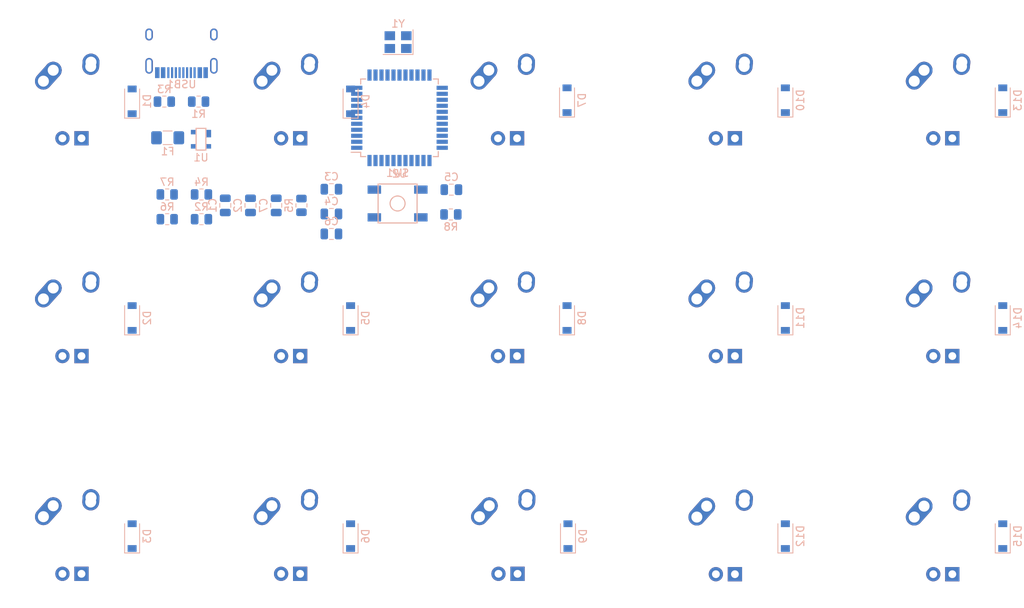
<source format=kicad_pcb>
(kicad_pcb (version 20171130) (host pcbnew "(5.1.7-0-10_14)")

  (general
    (thickness 1.6)
    (drawings 0)
    (tracks 0)
    (zones 0)
    (modules 51)
    (nets 60)
  )

  (page A4)
  (layers
    (0 F.Cu signal)
    (31 B.Cu signal)
    (32 B.Adhes user)
    (33 F.Adhes user)
    (34 B.Paste user)
    (35 F.Paste user)
    (36 B.SilkS user)
    (37 F.SilkS user)
    (38 B.Mask user)
    (39 F.Mask user)
    (40 Dwgs.User user)
    (41 Cmts.User user)
    (42 Eco1.User user)
    (43 Eco2.User user)
    (44 Edge.Cuts user)
    (45 Margin user)
    (46 B.CrtYd user)
    (47 F.CrtYd user)
    (48 B.Fab user)
    (49 F.Fab user)
  )

  (setup
    (last_trace_width 0.25)
    (trace_clearance 0.2)
    (zone_clearance 0.508)
    (zone_45_only no)
    (trace_min 0.2)
    (via_size 0.8)
    (via_drill 0.4)
    (via_min_size 0.4)
    (via_min_drill 0.3)
    (uvia_size 0.3)
    (uvia_drill 0.1)
    (uvias_allowed no)
    (uvia_min_size 0.2)
    (uvia_min_drill 0.1)
    (edge_width 0.05)
    (segment_width 0.2)
    (pcb_text_width 0.3)
    (pcb_text_size 1.5 1.5)
    (mod_edge_width 0.12)
    (mod_text_size 1 1)
    (mod_text_width 0.15)
    (pad_size 1.524 1.524)
    (pad_drill 0.762)
    (pad_to_mask_clearance 0)
    (aux_axis_origin 0 0)
    (visible_elements FFFFFF7F)
    (pcbplotparams
      (layerselection 0x010fc_ffffffff)
      (usegerberextensions false)
      (usegerberattributes true)
      (usegerberadvancedattributes true)
      (creategerberjobfile true)
      (excludeedgelayer true)
      (linewidth 0.100000)
      (plotframeref false)
      (viasonmask false)
      (mode 1)
      (useauxorigin false)
      (hpglpennumber 1)
      (hpglpenspeed 20)
      (hpglpendiameter 15.000000)
      (psnegative false)
      (psa4output false)
      (plotreference true)
      (plotvalue true)
      (plotinvisibletext false)
      (padsonsilk false)
      (subtractmaskfromsilk false)
      (outputformat 1)
      (mirror false)
      (drillshape 1)
      (scaleselection 1)
      (outputdirectory ""))
  )

  (net 0 "")
  (net 1 GND)
  (net 2 +5V)
  (net 3 "Net-(C3-Pad1)")
  (net 4 "Net-(C4-Pad1)")
  (net 5 "Net-(C6-Pad1)")
  (net 6 "Net-(D1-Pad2)")
  (net 7 ROW0)
  (net 8 "Net-(D2-Pad2)")
  (net 9 ROW1)
  (net 10 "Net-(D3-Pad2)")
  (net 11 ROW2)
  (net 12 "Net-(D4-Pad2)")
  (net 13 "Net-(D5-Pad2)")
  (net 14 "Net-(D6-Pad2)")
  (net 15 "Net-(D7-Pad2)")
  (net 16 "Net-(D8-Pad2)")
  (net 17 "Net-(D9-Pad2)")
  (net 18 "Net-(D10-Pad2)")
  (net 19 "Net-(D11-Pad2)")
  (net 20 "Net-(D12-Pad2)")
  (net 21 "Net-(D13-Pad2)")
  (net 22 "Net-(D14-Pad2)")
  (net 23 "Net-(D15-Pad2)")
  (net 24 VCC)
  (net 25 COL0)
  (net 26 COL1)
  (net 27 COL2)
  (net 28 COL3)
  (net 29 COL4)
  (net 30 "Net-(R1-Pad1)")
  (net 31 D-)
  (net 32 "Net-(R2-Pad1)")
  (net 33 "Net-(R3-Pad1)")
  (net 34 D+)
  (net 35 "Net-(R4-Pad1)")
  (net 36 "Net-(R5-Pad2)")
  (net 37 "Net-(R6-Pad2)")
  (net 38 "Net-(R7-Pad2)")
  (net 39 "Net-(R8-Pad2)")
  (net 40 "Net-(U2-Pad42)")
  (net 41 "Net-(U2-Pad41)")
  (net 42 "Net-(U2-Pad40)")
  (net 43 "Net-(U2-Pad39)")
  (net 44 "Net-(U2-Pad38)")
  (net 45 "Net-(U2-Pad37)")
  (net 46 "Net-(U2-Pad36)")
  (net 47 "Net-(U2-Pad32)")
  (net 48 "Net-(U2-Pad31)")
  (net 49 "Net-(U2-Pad27)")
  (net 50 "Net-(U2-Pad26)")
  (net 51 "Net-(U2-Pad25)")
  (net 52 "Net-(U2-Pad22)")
  (net 53 "Net-(U2-Pad21)")
  (net 54 "Net-(U2-Pad20)")
  (net 55 "Net-(U2-Pad19)")
  (net 56 "Net-(U2-Pad18)")
  (net 57 "Net-(U2-Pad1)")
  (net 58 "Net-(USB1-Pad3)")
  (net 59 "Net-(USB1-Pad9)")

  (net_class Default "This is the default net class."
    (clearance 0.2)
    (trace_width 0.25)
    (via_dia 0.8)
    (via_drill 0.4)
    (uvia_dia 0.3)
    (uvia_drill 0.1)
    (add_net +5V)
    (add_net COL0)
    (add_net COL1)
    (add_net COL2)
    (add_net COL3)
    (add_net COL4)
    (add_net D+)
    (add_net D-)
    (add_net GND)
    (add_net "Net-(C3-Pad1)")
    (add_net "Net-(C4-Pad1)")
    (add_net "Net-(C6-Pad1)")
    (add_net "Net-(D1-Pad2)")
    (add_net "Net-(D10-Pad2)")
    (add_net "Net-(D11-Pad2)")
    (add_net "Net-(D12-Pad2)")
    (add_net "Net-(D13-Pad2)")
    (add_net "Net-(D14-Pad2)")
    (add_net "Net-(D15-Pad2)")
    (add_net "Net-(D2-Pad2)")
    (add_net "Net-(D3-Pad2)")
    (add_net "Net-(D4-Pad2)")
    (add_net "Net-(D5-Pad2)")
    (add_net "Net-(D6-Pad2)")
    (add_net "Net-(D7-Pad2)")
    (add_net "Net-(D8-Pad2)")
    (add_net "Net-(D9-Pad2)")
    (add_net "Net-(R1-Pad1)")
    (add_net "Net-(R2-Pad1)")
    (add_net "Net-(R3-Pad1)")
    (add_net "Net-(R4-Pad1)")
    (add_net "Net-(R5-Pad2)")
    (add_net "Net-(R6-Pad2)")
    (add_net "Net-(R7-Pad2)")
    (add_net "Net-(R8-Pad2)")
    (add_net "Net-(U2-Pad1)")
    (add_net "Net-(U2-Pad18)")
    (add_net "Net-(U2-Pad19)")
    (add_net "Net-(U2-Pad20)")
    (add_net "Net-(U2-Pad21)")
    (add_net "Net-(U2-Pad22)")
    (add_net "Net-(U2-Pad25)")
    (add_net "Net-(U2-Pad26)")
    (add_net "Net-(U2-Pad27)")
    (add_net "Net-(U2-Pad31)")
    (add_net "Net-(U2-Pad32)")
    (add_net "Net-(U2-Pad36)")
    (add_net "Net-(U2-Pad37)")
    (add_net "Net-(U2-Pad38)")
    (add_net "Net-(U2-Pad39)")
    (add_net "Net-(U2-Pad40)")
    (add_net "Net-(U2-Pad41)")
    (add_net "Net-(U2-Pad42)")
    (add_net "Net-(USB1-Pad3)")
    (add_net "Net-(USB1-Pad9)")
    (add_net ROW0)
    (add_net ROW1)
    (add_net ROW2)
    (add_net VCC)
  )

  (module Crystal:Crystal_SMD_3225-4Pin_3.2x2.5mm (layer B.Cu) (tedit 5A0FD1B2) (tstamp 5F861DA2)
    (at 120.3325 42.1005 180)
    (descr "SMD Crystal SERIES SMD3225/4 http://www.txccrystal.com/images/pdf/7m-accuracy.pdf, 3.2x2.5mm^2 package")
    (tags "SMD SMT crystal")
    (path /5F8736D6)
    (attr smd)
    (fp_text reference Y1 (at 0 2.45) (layer B.SilkS)
      (effects (font (size 1 1) (thickness 0.15)) (justify mirror))
    )
    (fp_text value 16MHz (at 0 -2.45) (layer B.Fab)
      (effects (font (size 1 1) (thickness 0.15)) (justify mirror))
    )
    (fp_line (start 2.1 1.7) (end -2.1 1.7) (layer B.CrtYd) (width 0.05))
    (fp_line (start 2.1 -1.7) (end 2.1 1.7) (layer B.CrtYd) (width 0.05))
    (fp_line (start -2.1 -1.7) (end 2.1 -1.7) (layer B.CrtYd) (width 0.05))
    (fp_line (start -2.1 1.7) (end -2.1 -1.7) (layer B.CrtYd) (width 0.05))
    (fp_line (start -2 -1.65) (end 2 -1.65) (layer B.SilkS) (width 0.12))
    (fp_line (start -2 1.65) (end -2 -1.65) (layer B.SilkS) (width 0.12))
    (fp_line (start -1.6 -0.25) (end -0.6 -1.25) (layer B.Fab) (width 0.1))
    (fp_line (start 1.6 1.25) (end -1.6 1.25) (layer B.Fab) (width 0.1))
    (fp_line (start 1.6 -1.25) (end 1.6 1.25) (layer B.Fab) (width 0.1))
    (fp_line (start -1.6 -1.25) (end 1.6 -1.25) (layer B.Fab) (width 0.1))
    (fp_line (start -1.6 1.25) (end -1.6 -1.25) (layer B.Fab) (width 0.1))
    (fp_text user %R (at 0 0) (layer B.Fab)
      (effects (font (size 0.7 0.7) (thickness 0.105)) (justify mirror))
    )
    (pad 4 smd rect (at -1.1 0.85 180) (size 1.4 1.2) (layers B.Cu B.Paste B.Mask)
      (net 1 GND))
    (pad 3 smd rect (at 1.1 0.85 180) (size 1.4 1.2) (layers B.Cu B.Paste B.Mask)
      (net 4 "Net-(C4-Pad1)"))
    (pad 2 smd rect (at 1.1 -0.85 180) (size 1.4 1.2) (layers B.Cu B.Paste B.Mask)
      (net 1 GND))
    (pad 1 smd rect (at -1.1 -0.85 180) (size 1.4 1.2) (layers B.Cu B.Paste B.Mask)
      (net 3 "Net-(C3-Pad1)"))
    (model ${KISYS3DMOD}/Crystal.3dshapes/Crystal_SMD_3225-4Pin_3.2x2.5mm.wrl
      (at (xyz 0 0 0))
      (scale (xyz 1 1 1))
      (rotate (xyz 0 0 0))
    )
  )

  (module Type-C:HRO-TYPE-C-31-M-12 (layer B.Cu) (tedit 5C42C658) (tstamp 5F85EA4B)
    (at 91.44 38.481)
    (path /5F9F70DD)
    (attr smd)
    (fp_text reference USB1 (at 0 9.25 180) (layer B.SilkS)
      (effects (font (size 1 1) (thickness 0.15)) (justify mirror))
    )
    (fp_text value HRO-TYPE-C-31-M-12 (at 0 -1.15 180) (layer Dwgs.User)
      (effects (font (size 1 1) (thickness 0.15)))
    )
    (fp_line (start -4.47 0) (end 4.47 0) (layer Dwgs.User) (width 0.15))
    (fp_line (start -4.47 0) (end -4.47 7.3) (layer Dwgs.User) (width 0.15))
    (fp_line (start 4.47 0) (end 4.47 7.3) (layer Dwgs.User) (width 0.15))
    (fp_line (start -4.47 7.3) (end 4.47 7.3) (layer Dwgs.User) (width 0.15))
    (pad 12 smd rect (at 3.225 7.695) (size 0.6 1.45) (layers B.Cu B.Paste B.Mask)
      (net 1 GND))
    (pad 1 smd rect (at -3.225 7.695) (size 0.6 1.45) (layers B.Cu B.Paste B.Mask)
      (net 1 GND))
    (pad 11 smd rect (at 2.45 7.695) (size 0.6 1.45) (layers B.Cu B.Paste B.Mask)
      (net 24 VCC))
    (pad 2 smd rect (at -2.45 7.695) (size 0.6 1.45) (layers B.Cu B.Paste B.Mask)
      (net 24 VCC))
    (pad 3 smd rect (at -1.75 7.695) (size 0.3 1.45) (layers B.Cu B.Paste B.Mask)
      (net 58 "Net-(USB1-Pad3)"))
    (pad 10 smd rect (at 1.75 7.695) (size 0.3 1.45) (layers B.Cu B.Paste B.Mask)
      (net 30 "Net-(R1-Pad1)"))
    (pad 4 smd rect (at -1.25 7.695) (size 0.3 1.45) (layers B.Cu B.Paste B.Mask)
      (net 33 "Net-(R3-Pad1)"))
    (pad 9 smd rect (at 1.25 7.695) (size 0.3 1.45) (layers B.Cu B.Paste B.Mask)
      (net 59 "Net-(USB1-Pad9)"))
    (pad 5 smd rect (at -0.75 7.695) (size 0.3 1.45) (layers B.Cu B.Paste B.Mask)
      (net 37 "Net-(R6-Pad2)"))
    (pad 8 smd rect (at 0.75 7.695) (size 0.3 1.45) (layers B.Cu B.Paste B.Mask)
      (net 38 "Net-(R7-Pad2)"))
    (pad 7 smd rect (at 0.25 7.695) (size 0.3 1.45) (layers B.Cu B.Paste B.Mask)
      (net 37 "Net-(R6-Pad2)"))
    (pad 6 smd rect (at -0.25 7.695) (size 0.3 1.45) (layers B.Cu B.Paste B.Mask)
      (net 38 "Net-(R7-Pad2)"))
    (pad "" np_thru_hole circle (at 2.89 6.25) (size 0.65 0.65) (drill 0.65) (layers *.Cu *.Mask))
    (pad "" np_thru_hole circle (at -2.89 6.25) (size 0.65 0.65) (drill 0.65) (layers *.Cu *.Mask))
    (pad 13 thru_hole oval (at -4.32 6.78) (size 1 2.1) (drill oval 0.6 1.7) (layers *.Cu F.Mask)
      (net 1 GND))
    (pad 13 thru_hole oval (at 4.32 6.78) (size 1 2.1) (drill oval 0.6 1.7) (layers *.Cu F.Mask)
      (net 1 GND))
    (pad 13 thru_hole oval (at -4.32 2.6) (size 1 1.6) (drill oval 0.6 1.2) (layers *.Cu F.Mask)
      (net 1 GND))
    (pad 13 thru_hole oval (at 4.32 2.6) (size 1 1.6) (drill oval 0.6 1.2) (layers *.Cu F.Mask)
      (net 1 GND))
  )

  (module Package_QFP:TQFP-44_10x10mm_P0.8mm (layer B.Cu) (tedit 5A02F146) (tstamp 5F85EA31)
    (at 120.523 52.197)
    (descr "44-Lead Plastic Thin Quad Flatpack (PT) - 10x10x1.0 mm Body [TQFP] (see Microchip Packaging Specification 00000049BS.pdf)")
    (tags "QFP 0.8")
    (path /5F82BAA3)
    (attr smd)
    (fp_text reference U2 (at 0 7.45) (layer B.SilkS)
      (effects (font (size 1 1) (thickness 0.15)) (justify mirror))
    )
    (fp_text value ATmega32U4-AU (at 0 -7.45) (layer B.Fab)
      (effects (font (size 1 1) (thickness 0.15)) (justify mirror))
    )
    (fp_line (start -5.175 4.6) (end -6.45 4.6) (layer B.SilkS) (width 0.15))
    (fp_line (start 5.175 5.175) (end 4.5 5.175) (layer B.SilkS) (width 0.15))
    (fp_line (start 5.175 -5.175) (end 4.5 -5.175) (layer B.SilkS) (width 0.15))
    (fp_line (start -5.175 -5.175) (end -4.5 -5.175) (layer B.SilkS) (width 0.15))
    (fp_line (start -5.175 5.175) (end -4.5 5.175) (layer B.SilkS) (width 0.15))
    (fp_line (start -5.175 -5.175) (end -5.175 -4.5) (layer B.SilkS) (width 0.15))
    (fp_line (start 5.175 -5.175) (end 5.175 -4.5) (layer B.SilkS) (width 0.15))
    (fp_line (start 5.175 5.175) (end 5.175 4.5) (layer B.SilkS) (width 0.15))
    (fp_line (start -5.175 5.175) (end -5.175 4.6) (layer B.SilkS) (width 0.15))
    (fp_line (start -6.7 -6.7) (end 6.7 -6.7) (layer B.CrtYd) (width 0.05))
    (fp_line (start -6.7 6.7) (end 6.7 6.7) (layer B.CrtYd) (width 0.05))
    (fp_line (start 6.7 6.7) (end 6.7 -6.7) (layer B.CrtYd) (width 0.05))
    (fp_line (start -6.7 6.7) (end -6.7 -6.7) (layer B.CrtYd) (width 0.05))
    (fp_line (start -5 4) (end -4 5) (layer B.Fab) (width 0.15))
    (fp_line (start -5 -5) (end -5 4) (layer B.Fab) (width 0.15))
    (fp_line (start 5 -5) (end -5 -5) (layer B.Fab) (width 0.15))
    (fp_line (start 5 5) (end 5 -5) (layer B.Fab) (width 0.15))
    (fp_line (start -4 5) (end 5 5) (layer B.Fab) (width 0.15))
    (fp_text user %R (at 0 0) (layer B.Fab)
      (effects (font (size 1 1) (thickness 0.15)) (justify mirror))
    )
    (pad 44 smd rect (at -4 5.7 270) (size 1.5 0.55) (layers B.Cu B.Paste B.Mask)
      (net 2 +5V))
    (pad 43 smd rect (at -3.2 5.7 270) (size 1.5 0.55) (layers B.Cu B.Paste B.Mask)
      (net 1 GND))
    (pad 42 smd rect (at -2.4 5.7 270) (size 1.5 0.55) (layers B.Cu B.Paste B.Mask)
      (net 40 "Net-(U2-Pad42)"))
    (pad 41 smd rect (at -1.6 5.7 270) (size 1.5 0.55) (layers B.Cu B.Paste B.Mask)
      (net 41 "Net-(U2-Pad41)"))
    (pad 40 smd rect (at -0.8 5.7 270) (size 1.5 0.55) (layers B.Cu B.Paste B.Mask)
      (net 42 "Net-(U2-Pad40)"))
    (pad 39 smd rect (at 0 5.7 270) (size 1.5 0.55) (layers B.Cu B.Paste B.Mask)
      (net 43 "Net-(U2-Pad39)"))
    (pad 38 smd rect (at 0.8 5.7 270) (size 1.5 0.55) (layers B.Cu B.Paste B.Mask)
      (net 44 "Net-(U2-Pad38)"))
    (pad 37 smd rect (at 1.6 5.7 270) (size 1.5 0.55) (layers B.Cu B.Paste B.Mask)
      (net 45 "Net-(U2-Pad37)"))
    (pad 36 smd rect (at 2.4 5.7 270) (size 1.5 0.55) (layers B.Cu B.Paste B.Mask)
      (net 46 "Net-(U2-Pad36)"))
    (pad 35 smd rect (at 3.2 5.7 270) (size 1.5 0.55) (layers B.Cu B.Paste B.Mask)
      (net 1 GND))
    (pad 34 smd rect (at 4 5.7 270) (size 1.5 0.55) (layers B.Cu B.Paste B.Mask)
      (net 2 +5V))
    (pad 33 smd rect (at 5.7 4) (size 1.5 0.55) (layers B.Cu B.Paste B.Mask)
      (net 39 "Net-(R8-Pad2)"))
    (pad 32 smd rect (at 5.7 3.2) (size 1.5 0.55) (layers B.Cu B.Paste B.Mask)
      (net 47 "Net-(U2-Pad32)"))
    (pad 31 smd rect (at 5.7 2.4) (size 1.5 0.55) (layers B.Cu B.Paste B.Mask)
      (net 48 "Net-(U2-Pad31)"))
    (pad 30 smd rect (at 5.7 1.6) (size 1.5 0.55) (layers B.Cu B.Paste B.Mask)
      (net 28 COL3))
    (pad 29 smd rect (at 5.7 0.8) (size 1.5 0.55) (layers B.Cu B.Paste B.Mask)
      (net 27 COL2))
    (pad 28 smd rect (at 5.7 0) (size 1.5 0.55) (layers B.Cu B.Paste B.Mask)
      (net 26 COL1))
    (pad 27 smd rect (at 5.7 -0.8) (size 1.5 0.55) (layers B.Cu B.Paste B.Mask)
      (net 49 "Net-(U2-Pad27)"))
    (pad 26 smd rect (at 5.7 -1.6) (size 1.5 0.55) (layers B.Cu B.Paste B.Mask)
      (net 50 "Net-(U2-Pad26)"))
    (pad 25 smd rect (at 5.7 -2.4) (size 1.5 0.55) (layers B.Cu B.Paste B.Mask)
      (net 51 "Net-(U2-Pad25)"))
    (pad 24 smd rect (at 5.7 -3.2) (size 1.5 0.55) (layers B.Cu B.Paste B.Mask)
      (net 2 +5V))
    (pad 23 smd rect (at 5.7 -4) (size 1.5 0.55) (layers B.Cu B.Paste B.Mask)
      (net 1 GND))
    (pad 22 smd rect (at 4 -5.7 270) (size 1.5 0.55) (layers B.Cu B.Paste B.Mask)
      (net 52 "Net-(U2-Pad22)"))
    (pad 21 smd rect (at 3.2 -5.7 270) (size 1.5 0.55) (layers B.Cu B.Paste B.Mask)
      (net 53 "Net-(U2-Pad21)"))
    (pad 20 smd rect (at 2.4 -5.7 270) (size 1.5 0.55) (layers B.Cu B.Paste B.Mask)
      (net 54 "Net-(U2-Pad20)"))
    (pad 19 smd rect (at 1.6 -5.7 270) (size 1.5 0.55) (layers B.Cu B.Paste B.Mask)
      (net 55 "Net-(U2-Pad19)"))
    (pad 18 smd rect (at 0.8 -5.7 270) (size 1.5 0.55) (layers B.Cu B.Paste B.Mask)
      (net 56 "Net-(U2-Pad18)"))
    (pad 17 smd rect (at 0 -5.7 270) (size 1.5 0.55) (layers B.Cu B.Paste B.Mask)
      (net 3 "Net-(C3-Pad1)"))
    (pad 16 smd rect (at -0.8 -5.7 270) (size 1.5 0.55) (layers B.Cu B.Paste B.Mask)
      (net 4 "Net-(C4-Pad1)"))
    (pad 15 smd rect (at -1.6 -5.7 270) (size 1.5 0.55) (layers B.Cu B.Paste B.Mask)
      (net 1 GND))
    (pad 14 smd rect (at -2.4 -5.7 270) (size 1.5 0.55) (layers B.Cu B.Paste B.Mask)
      (net 2 +5V))
    (pad 13 smd rect (at -3.2 -5.7 270) (size 1.5 0.55) (layers B.Cu B.Paste B.Mask)
      (net 36 "Net-(R5-Pad2)"))
    (pad 12 smd rect (at -4 -5.7 270) (size 1.5 0.55) (layers B.Cu B.Paste B.Mask)
      (net 29 COL4))
    (pad 11 smd rect (at -5.7 -4) (size 1.5 0.55) (layers B.Cu B.Paste B.Mask)
      (net 25 COL0))
    (pad 10 smd rect (at -5.7 -3.2) (size 1.5 0.55) (layers B.Cu B.Paste B.Mask)
      (net 11 ROW2))
    (pad 9 smd rect (at -5.7 -2.4) (size 1.5 0.55) (layers B.Cu B.Paste B.Mask)
      (net 9 ROW1))
    (pad 8 smd rect (at -5.7 -1.6) (size 1.5 0.55) (layers B.Cu B.Paste B.Mask)
      (net 7 ROW0))
    (pad 7 smd rect (at -5.7 -0.8) (size 1.5 0.55) (layers B.Cu B.Paste B.Mask)
      (net 2 +5V))
    (pad 6 smd rect (at -5.7 0) (size 1.5 0.55) (layers B.Cu B.Paste B.Mask)
      (net 5 "Net-(C6-Pad1)"))
    (pad 5 smd rect (at -5.7 0.8) (size 1.5 0.55) (layers B.Cu B.Paste B.Mask)
      (net 1 GND))
    (pad 4 smd rect (at -5.7 1.6) (size 1.5 0.55) (layers B.Cu B.Paste B.Mask)
      (net 35 "Net-(R4-Pad1)"))
    (pad 3 smd rect (at -5.7 2.4) (size 1.5 0.55) (layers B.Cu B.Paste B.Mask)
      (net 32 "Net-(R2-Pad1)"))
    (pad 2 smd rect (at -5.7 3.2) (size 1.5 0.55) (layers B.Cu B.Paste B.Mask)
      (net 2 +5V))
    (pad 1 smd rect (at -5.7 4) (size 1.5 0.55) (layers B.Cu B.Paste B.Mask)
      (net 57 "Net-(U2-Pad1)"))
    (model ${KISYS3DMOD}/Package_QFP.3dshapes/TQFP-44_10x10mm_P0.8mm.wrl
      (at (xyz 0 0 0))
      (scale (xyz 1 1 1))
      (rotate (xyz 0 0 0))
    )
  )

  (module random-keyboard-parts:SOT143B (layer B.Cu) (tedit 5E62B3A6) (tstamp 5F85E9EE)
    (at 94.0435 55.0545 180)
    (path /5FA9CC80)
    (attr smd)
    (fp_text reference U1 (at 0 -2.45) (layer B.SilkS)
      (effects (font (size 1 1) (thickness 0.15)) (justify mirror))
    )
    (fp_text value PRTR5V0U2X (at 0 2.3) (layer B.Fab)
      (effects (font (size 1 1) (thickness 0.15)) (justify mirror))
    )
    (fp_line (start 0.65 1.45) (end 0.65 -1.45) (layer B.SilkS) (width 0.15))
    (fp_line (start 0.65 1.45) (end -0.65 1.45) (layer B.SilkS) (width 0.15))
    (fp_line (start -0.65 1.45) (end -0.65 -1.45) (layer B.SilkS) (width 0.15))
    (fp_line (start -0.65 -1.45) (end 0.65 -1.45) (layer B.SilkS) (width 0.15))
    (fp_line (start 1.45 1.45) (end 1.45 -1.45) (layer B.Fab) (width 0.15))
    (fp_line (start 1.45 -1.45) (end -1.45 -1.45) (layer B.Fab) (width 0.15))
    (fp_line (start -1.45 -1.45) (end -1.45 1.45) (layer B.Fab) (width 0.15))
    (fp_line (start -1.45 1.45) (end 1.45 1.45) (layer B.Fab) (width 0.15))
    (fp_line (start 0.65 1.45) (end 0.65 -1.45) (layer B.Fab) (width 0.15))
    (fp_line (start -0.65 -1.45) (end -0.65 1.45) (layer B.Fab) (width 0.15))
    (fp_line (start -0.65 0.1) (end -1.45 0.1) (layer B.Fab) (width 0.15))
    (fp_line (start -1.45 -0.55) (end -0.65 -0.55) (layer B.Fab) (width 0.15))
    (fp_line (start 0.65 0.55) (end 1.45 0.55) (layer B.Fab) (width 0.15))
    (fp_line (start 1.45 -0.55) (end 0.65 -0.55) (layer B.Fab) (width 0.15))
    (pad 1 smd rect (at -1 0.75 270) (size 1 0.7) (layers B.Cu B.Paste B.Mask)
      (net 1 GND))
    (pad 4 smd rect (at 1 0.95 270) (size 0.6 0.7) (layers B.Cu B.Paste B.Mask)
      (net 24 VCC))
    (pad 2 smd rect (at -1 -0.95 270) (size 0.6 0.7) (layers B.Cu B.Paste B.Mask)
      (net 38 "Net-(R7-Pad2)"))
    (pad 3 smd rect (at 1 -0.95 270) (size 0.6 0.7) (layers B.Cu B.Paste B.Mask)
      (net 37 "Net-(R6-Pad2)"))
    (model ${KISYS3DMOD}/Package_TO_SOT_SMD.3dshapes/SOT-143.step
      (at (xyz 0 0 0))
      (scale (xyz 1 1 1))
      (rotate (xyz 0 0 0))
    )
  )

  (module random-keyboard-parts:SKQG-1155865 (layer B.Cu) (tedit 5E62B398) (tstamp 5F85E9D8)
    (at 120.269 63.627)
    (path /5F88A393)
    (attr smd)
    (fp_text reference SW1 (at 0 -4.064) (layer B.SilkS)
      (effects (font (size 1 1) (thickness 0.15)) (justify mirror))
    )
    (fp_text value SW_Push (at 0 4.064) (layer B.Fab)
      (effects (font (size 1 1) (thickness 0.15)) (justify mirror))
    )
    (fp_line (start -2.6 2.6) (end 2.6 2.6) (layer B.SilkS) (width 0.15))
    (fp_line (start 2.6 2.6) (end 2.6 -2.6) (layer B.SilkS) (width 0.15))
    (fp_line (start 2.6 -2.6) (end -2.6 -2.6) (layer B.SilkS) (width 0.15))
    (fp_line (start -2.6 -2.6) (end -2.6 2.6) (layer B.SilkS) (width 0.15))
    (fp_circle (center 0 0) (end 1 0) (layer B.SilkS) (width 0.15))
    (fp_line (start -4.2 2.6) (end 4.2 2.6) (layer B.Fab) (width 0.15))
    (fp_line (start 4.2 2.6) (end 4.2 1.2) (layer B.Fab) (width 0.15))
    (fp_line (start 4.2 1.1) (end 2.6 1.1) (layer B.Fab) (width 0.15))
    (fp_line (start 2.6 1.1) (end 2.6 -1.1) (layer B.Fab) (width 0.15))
    (fp_line (start 2.6 -1.1) (end 4.2 -1.1) (layer B.Fab) (width 0.15))
    (fp_line (start 4.2 -1.1) (end 4.2 -2.6) (layer B.Fab) (width 0.15))
    (fp_line (start 4.2 -2.6) (end -4.2 -2.6) (layer B.Fab) (width 0.15))
    (fp_line (start -4.2 -2.6) (end -4.2 -1.1) (layer B.Fab) (width 0.15))
    (fp_line (start -4.2 -1.1) (end -2.6 -1.1) (layer B.Fab) (width 0.15))
    (fp_line (start -2.6 -1.1) (end -2.6 1.1) (layer B.Fab) (width 0.15))
    (fp_line (start -2.6 1.1) (end -4.2 1.1) (layer B.Fab) (width 0.15))
    (fp_line (start -4.2 1.1) (end -4.2 2.6) (layer B.Fab) (width 0.15))
    (fp_circle (center 0 0) (end 1 0) (layer B.Fab) (width 0.15))
    (fp_line (start -2.6 1.1) (end -1.1 2.6) (layer B.Fab) (width 0.15))
    (fp_line (start 2.6 1.1) (end 1.1 2.6) (layer B.Fab) (width 0.15))
    (fp_line (start 2.6 -1.1) (end 1.1 -2.6) (layer B.Fab) (width 0.15))
    (fp_line (start -2.6 -1.1) (end -1.1 -2.6) (layer B.Fab) (width 0.15))
    (pad 4 smd rect (at -3.1 -1.85) (size 1.8 1.1) (layers B.Cu B.Paste B.Mask))
    (pad 3 smd rect (at 3.1 1.85) (size 1.8 1.1) (layers B.Cu B.Paste B.Mask))
    (pad 2 smd rect (at -3.1 1.85) (size 1.8 1.1) (layers B.Cu B.Paste B.Mask)
      (net 36 "Net-(R5-Pad2)"))
    (pad 1 smd rect (at 3.1 -1.85) (size 1.8 1.1) (layers B.Cu B.Paste B.Mask)
      (net 1 GND))
    (model ${KISYS3DMOD}/Button_Switch_SMD.3dshapes/SW_SPST_TL3342.step
      (at (xyz 0 0 0))
      (scale (xyz 1 1 1))
      (rotate (xyz 0 0 0))
    )
  )

  (module Resistor_SMD:R_0805_2012Metric (layer B.Cu) (tedit 5F68FEEE) (tstamp 5F85E9BA)
    (at 127.381 65.0875)
    (descr "Resistor SMD 0805 (2012 Metric), square (rectangular) end terminal, IPC_7351 nominal, (Body size source: IPC-SM-782 page 72, https://www.pcb-3d.com/wordpress/wp-content/uploads/ipc-sm-782a_amendment_1_and_2.pdf), generated with kicad-footprint-generator")
    (tags resistor)
    (path /5F84B7F2)
    (attr smd)
    (fp_text reference R8 (at 0 1.65) (layer B.SilkS)
      (effects (font (size 1 1) (thickness 0.15)) (justify mirror))
    )
    (fp_text value 10k (at 0 -1.65) (layer B.Fab)
      (effects (font (size 1 1) (thickness 0.15)) (justify mirror))
    )
    (fp_line (start 1.68 -0.95) (end -1.68 -0.95) (layer B.CrtYd) (width 0.05))
    (fp_line (start 1.68 0.95) (end 1.68 -0.95) (layer B.CrtYd) (width 0.05))
    (fp_line (start -1.68 0.95) (end 1.68 0.95) (layer B.CrtYd) (width 0.05))
    (fp_line (start -1.68 -0.95) (end -1.68 0.95) (layer B.CrtYd) (width 0.05))
    (fp_line (start -0.227064 -0.735) (end 0.227064 -0.735) (layer B.SilkS) (width 0.12))
    (fp_line (start -0.227064 0.735) (end 0.227064 0.735) (layer B.SilkS) (width 0.12))
    (fp_line (start 1 -0.625) (end -1 -0.625) (layer B.Fab) (width 0.1))
    (fp_line (start 1 0.625) (end 1 -0.625) (layer B.Fab) (width 0.1))
    (fp_line (start -1 0.625) (end 1 0.625) (layer B.Fab) (width 0.1))
    (fp_line (start -1 -0.625) (end -1 0.625) (layer B.Fab) (width 0.1))
    (fp_text user %R (at 0 0) (layer B.Fab)
      (effects (font (size 0.5 0.5) (thickness 0.08)) (justify mirror))
    )
    (pad 2 smd roundrect (at 0.9125 0) (size 1.025 1.4) (layers B.Cu B.Paste B.Mask) (roundrect_rratio 0.243902)
      (net 39 "Net-(R8-Pad2)"))
    (pad 1 smd roundrect (at -0.9125 0) (size 1.025 1.4) (layers B.Cu B.Paste B.Mask) (roundrect_rratio 0.243902)
      (net 1 GND))
    (model ${KISYS3DMOD}/Resistor_SMD.3dshapes/R_0805_2012Metric.wrl
      (at (xyz 0 0 0))
      (scale (xyz 1 1 1))
      (rotate (xyz 0 0 0))
    )
  )

  (module Resistor_SMD:R_0805_2012Metric (layer B.Cu) (tedit 5F68FEEE) (tstamp 5F85E9A9)
    (at 89.535 62.4205 180)
    (descr "Resistor SMD 0805 (2012 Metric), square (rectangular) end terminal, IPC_7351 nominal, (Body size source: IPC-SM-782 page 72, https://www.pcb-3d.com/wordpress/wp-content/uploads/ipc-sm-782a_amendment_1_and_2.pdf), generated with kicad-footprint-generator")
    (tags resistor)
    (path /5F9FE9CD)
    (attr smd)
    (fp_text reference R7 (at 0 1.65) (layer B.SilkS)
      (effects (font (size 1 1) (thickness 0.15)) (justify mirror))
    )
    (fp_text value 22 (at 0 -1.65) (layer B.Fab)
      (effects (font (size 1 1) (thickness 0.15)) (justify mirror))
    )
    (fp_line (start 1.68 -0.95) (end -1.68 -0.95) (layer B.CrtYd) (width 0.05))
    (fp_line (start 1.68 0.95) (end 1.68 -0.95) (layer B.CrtYd) (width 0.05))
    (fp_line (start -1.68 0.95) (end 1.68 0.95) (layer B.CrtYd) (width 0.05))
    (fp_line (start -1.68 -0.95) (end -1.68 0.95) (layer B.CrtYd) (width 0.05))
    (fp_line (start -0.227064 -0.735) (end 0.227064 -0.735) (layer B.SilkS) (width 0.12))
    (fp_line (start -0.227064 0.735) (end 0.227064 0.735) (layer B.SilkS) (width 0.12))
    (fp_line (start 1 -0.625) (end -1 -0.625) (layer B.Fab) (width 0.1))
    (fp_line (start 1 0.625) (end 1 -0.625) (layer B.Fab) (width 0.1))
    (fp_line (start -1 0.625) (end 1 0.625) (layer B.Fab) (width 0.1))
    (fp_line (start -1 -0.625) (end -1 0.625) (layer B.Fab) (width 0.1))
    (fp_text user %R (at 0 0) (layer B.Fab)
      (effects (font (size 0.5 0.5) (thickness 0.08)) (justify mirror))
    )
    (pad 2 smd roundrect (at 0.9125 0 180) (size 1.025 1.4) (layers B.Cu B.Paste B.Mask) (roundrect_rratio 0.243902)
      (net 38 "Net-(R7-Pad2)"))
    (pad 1 smd roundrect (at -0.9125 0 180) (size 1.025 1.4) (layers B.Cu B.Paste B.Mask) (roundrect_rratio 0.243902)
      (net 34 D+))
    (model ${KISYS3DMOD}/Resistor_SMD.3dshapes/R_0805_2012Metric.wrl
      (at (xyz 0 0 0))
      (scale (xyz 1 1 1))
      (rotate (xyz 0 0 0))
    )
  )

  (module Resistor_SMD:R_0805_2012Metric (layer B.Cu) (tedit 5F68FEEE) (tstamp 5F85E998)
    (at 89.535 65.7225 180)
    (descr "Resistor SMD 0805 (2012 Metric), square (rectangular) end terminal, IPC_7351 nominal, (Body size source: IPC-SM-782 page 72, https://www.pcb-3d.com/wordpress/wp-content/uploads/ipc-sm-782a_amendment_1_and_2.pdf), generated with kicad-footprint-generator")
    (tags resistor)
    (path /5F9FB1D3)
    (attr smd)
    (fp_text reference R6 (at 0 1.65) (layer B.SilkS)
      (effects (font (size 1 1) (thickness 0.15)) (justify mirror))
    )
    (fp_text value 22 (at 0 -1.65) (layer B.Fab)
      (effects (font (size 1 1) (thickness 0.15)) (justify mirror))
    )
    (fp_line (start 1.68 -0.95) (end -1.68 -0.95) (layer B.CrtYd) (width 0.05))
    (fp_line (start 1.68 0.95) (end 1.68 -0.95) (layer B.CrtYd) (width 0.05))
    (fp_line (start -1.68 0.95) (end 1.68 0.95) (layer B.CrtYd) (width 0.05))
    (fp_line (start -1.68 -0.95) (end -1.68 0.95) (layer B.CrtYd) (width 0.05))
    (fp_line (start -0.227064 -0.735) (end 0.227064 -0.735) (layer B.SilkS) (width 0.12))
    (fp_line (start -0.227064 0.735) (end 0.227064 0.735) (layer B.SilkS) (width 0.12))
    (fp_line (start 1 -0.625) (end -1 -0.625) (layer B.Fab) (width 0.1))
    (fp_line (start 1 0.625) (end 1 -0.625) (layer B.Fab) (width 0.1))
    (fp_line (start -1 0.625) (end 1 0.625) (layer B.Fab) (width 0.1))
    (fp_line (start -1 -0.625) (end -1 0.625) (layer B.Fab) (width 0.1))
    (fp_text user %R (at 0 0) (layer B.Fab)
      (effects (font (size 0.5 0.5) (thickness 0.08)) (justify mirror))
    )
    (pad 2 smd roundrect (at 0.9125 0 180) (size 1.025 1.4) (layers B.Cu B.Paste B.Mask) (roundrect_rratio 0.243902)
      (net 37 "Net-(R6-Pad2)"))
    (pad 1 smd roundrect (at -0.9125 0 180) (size 1.025 1.4) (layers B.Cu B.Paste B.Mask) (roundrect_rratio 0.243902)
      (net 31 D-))
    (model ${KISYS3DMOD}/Resistor_SMD.3dshapes/R_0805_2012Metric.wrl
      (at (xyz 0 0 0))
      (scale (xyz 1 1 1))
      (rotate (xyz 0 0 0))
    )
  )

  (module Resistor_SMD:R_0805_2012Metric (layer B.Cu) (tedit 5F68FEEE) (tstamp 5F85E987)
    (at 107.442 63.881 270)
    (descr "Resistor SMD 0805 (2012 Metric), square (rectangular) end terminal, IPC_7351 nominal, (Body size source: IPC-SM-782 page 72, https://www.pcb-3d.com/wordpress/wp-content/uploads/ipc-sm-782a_amendment_1_and_2.pdf), generated with kicad-footprint-generator")
    (tags resistor)
    (path /5F88D305)
    (attr smd)
    (fp_text reference R5 (at 0 1.65 270) (layer B.SilkS)
      (effects (font (size 1 1) (thickness 0.15)) (justify mirror))
    )
    (fp_text value 10k (at 0 -1.65 270) (layer B.Fab)
      (effects (font (size 1 1) (thickness 0.15)) (justify mirror))
    )
    (fp_line (start 1.68 -0.95) (end -1.68 -0.95) (layer B.CrtYd) (width 0.05))
    (fp_line (start 1.68 0.95) (end 1.68 -0.95) (layer B.CrtYd) (width 0.05))
    (fp_line (start -1.68 0.95) (end 1.68 0.95) (layer B.CrtYd) (width 0.05))
    (fp_line (start -1.68 -0.95) (end -1.68 0.95) (layer B.CrtYd) (width 0.05))
    (fp_line (start -0.227064 -0.735) (end 0.227064 -0.735) (layer B.SilkS) (width 0.12))
    (fp_line (start -0.227064 0.735) (end 0.227064 0.735) (layer B.SilkS) (width 0.12))
    (fp_line (start 1 -0.625) (end -1 -0.625) (layer B.Fab) (width 0.1))
    (fp_line (start 1 0.625) (end 1 -0.625) (layer B.Fab) (width 0.1))
    (fp_line (start -1 0.625) (end 1 0.625) (layer B.Fab) (width 0.1))
    (fp_line (start -1 -0.625) (end -1 0.625) (layer B.Fab) (width 0.1))
    (fp_text user %R (at 0 0 270) (layer B.Fab)
      (effects (font (size 0.5 0.5) (thickness 0.08)) (justify mirror))
    )
    (pad 2 smd roundrect (at 0.9125 0 270) (size 1.025 1.4) (layers B.Cu B.Paste B.Mask) (roundrect_rratio 0.243902)
      (net 36 "Net-(R5-Pad2)"))
    (pad 1 smd roundrect (at -0.9125 0 270) (size 1.025 1.4) (layers B.Cu B.Paste B.Mask) (roundrect_rratio 0.243902)
      (net 2 +5V))
    (model ${KISYS3DMOD}/Resistor_SMD.3dshapes/R_0805_2012Metric.wrl
      (at (xyz 0 0 0))
      (scale (xyz 1 1 1))
      (rotate (xyz 0 0 0))
    )
  )

  (module Resistor_SMD:R_0805_2012Metric (layer B.Cu) (tedit 5F68FEEE) (tstamp 5F85E976)
    (at 94.107 62.4205 180)
    (descr "Resistor SMD 0805 (2012 Metric), square (rectangular) end terminal, IPC_7351 nominal, (Body size source: IPC-SM-782 page 72, https://www.pcb-3d.com/wordpress/wp-content/uploads/ipc-sm-782a_amendment_1_and_2.pdf), generated with kicad-footprint-generator")
    (tags resistor)
    (path /5F84DFE3)
    (attr smd)
    (fp_text reference R4 (at 0 1.65) (layer B.SilkS)
      (effects (font (size 1 1) (thickness 0.15)) (justify mirror))
    )
    (fp_text value 22 (at 0 -1.65) (layer B.Fab)
      (effects (font (size 1 1) (thickness 0.15)) (justify mirror))
    )
    (fp_line (start 1.68 -0.95) (end -1.68 -0.95) (layer B.CrtYd) (width 0.05))
    (fp_line (start 1.68 0.95) (end 1.68 -0.95) (layer B.CrtYd) (width 0.05))
    (fp_line (start -1.68 0.95) (end 1.68 0.95) (layer B.CrtYd) (width 0.05))
    (fp_line (start -1.68 -0.95) (end -1.68 0.95) (layer B.CrtYd) (width 0.05))
    (fp_line (start -0.227064 -0.735) (end 0.227064 -0.735) (layer B.SilkS) (width 0.12))
    (fp_line (start -0.227064 0.735) (end 0.227064 0.735) (layer B.SilkS) (width 0.12))
    (fp_line (start 1 -0.625) (end -1 -0.625) (layer B.Fab) (width 0.1))
    (fp_line (start 1 0.625) (end 1 -0.625) (layer B.Fab) (width 0.1))
    (fp_line (start -1 0.625) (end 1 0.625) (layer B.Fab) (width 0.1))
    (fp_line (start -1 -0.625) (end -1 0.625) (layer B.Fab) (width 0.1))
    (fp_text user %R (at 0 0) (layer B.Fab)
      (effects (font (size 0.5 0.5) (thickness 0.08)) (justify mirror))
    )
    (pad 2 smd roundrect (at 0.9125 0 180) (size 1.025 1.4) (layers B.Cu B.Paste B.Mask) (roundrect_rratio 0.243902)
      (net 34 D+))
    (pad 1 smd roundrect (at -0.9125 0 180) (size 1.025 1.4) (layers B.Cu B.Paste B.Mask) (roundrect_rratio 0.243902)
      (net 35 "Net-(R4-Pad1)"))
    (model ${KISYS3DMOD}/Resistor_SMD.3dshapes/R_0805_2012Metric.wrl
      (at (xyz 0 0 0))
      (scale (xyz 1 1 1))
      (rotate (xyz 0 0 0))
    )
  )

  (module Resistor_SMD:R_0805_2012Metric (layer B.Cu) (tedit 5F68FEEE) (tstamp 5F85E965)
    (at 89.154 50.038 180)
    (descr "Resistor SMD 0805 (2012 Metric), square (rectangular) end terminal, IPC_7351 nominal, (Body size source: IPC-SM-782 page 72, https://www.pcb-3d.com/wordpress/wp-content/uploads/ipc-sm-782a_amendment_1_and_2.pdf), generated with kicad-footprint-generator")
    (tags resistor)
    (path /5FA40AAE)
    (attr smd)
    (fp_text reference R3 (at 0 1.65 180) (layer B.SilkS)
      (effects (font (size 1 1) (thickness 0.15)) (justify mirror))
    )
    (fp_text value 5.1k (at 0 -1.65 180) (layer B.Fab)
      (effects (font (size 1 1) (thickness 0.15)) (justify mirror))
    )
    (fp_line (start 1.68 -0.95) (end -1.68 -0.95) (layer B.CrtYd) (width 0.05))
    (fp_line (start 1.68 0.95) (end 1.68 -0.95) (layer B.CrtYd) (width 0.05))
    (fp_line (start -1.68 0.95) (end 1.68 0.95) (layer B.CrtYd) (width 0.05))
    (fp_line (start -1.68 -0.95) (end -1.68 0.95) (layer B.CrtYd) (width 0.05))
    (fp_line (start -0.227064 -0.735) (end 0.227064 -0.735) (layer B.SilkS) (width 0.12))
    (fp_line (start -0.227064 0.735) (end 0.227064 0.735) (layer B.SilkS) (width 0.12))
    (fp_line (start 1 -0.625) (end -1 -0.625) (layer B.Fab) (width 0.1))
    (fp_line (start 1 0.625) (end 1 -0.625) (layer B.Fab) (width 0.1))
    (fp_line (start -1 0.625) (end 1 0.625) (layer B.Fab) (width 0.1))
    (fp_line (start -1 -0.625) (end -1 0.625) (layer B.Fab) (width 0.1))
    (fp_text user %R (at 0 0 180) (layer B.Fab)
      (effects (font (size 0.5 0.5) (thickness 0.08)) (justify mirror))
    )
    (pad 2 smd roundrect (at 0.9125 0 180) (size 1.025 1.4) (layers B.Cu B.Paste B.Mask) (roundrect_rratio 0.243902)
      (net 1 GND))
    (pad 1 smd roundrect (at -0.9125 0 180) (size 1.025 1.4) (layers B.Cu B.Paste B.Mask) (roundrect_rratio 0.243902)
      (net 33 "Net-(R3-Pad1)"))
    (model ${KISYS3DMOD}/Resistor_SMD.3dshapes/R_0805_2012Metric.wrl
      (at (xyz 0 0 0))
      (scale (xyz 1 1 1))
      (rotate (xyz 0 0 0))
    )
  )

  (module Resistor_SMD:R_0805_2012Metric (layer B.Cu) (tedit 5F68FEEE) (tstamp 5F85E954)
    (at 94.107 65.7225 180)
    (descr "Resistor SMD 0805 (2012 Metric), square (rectangular) end terminal, IPC_7351 nominal, (Body size source: IPC-SM-782 page 72, https://www.pcb-3d.com/wordpress/wp-content/uploads/ipc-sm-782a_amendment_1_and_2.pdf), generated with kicad-footprint-generator")
    (tags resistor)
    (path /5F84F509)
    (attr smd)
    (fp_text reference R2 (at 0 1.65) (layer B.SilkS)
      (effects (font (size 1 1) (thickness 0.15)) (justify mirror))
    )
    (fp_text value 22 (at 0 -1.65) (layer B.Fab)
      (effects (font (size 1 1) (thickness 0.15)) (justify mirror))
    )
    (fp_line (start 1.68 -0.95) (end -1.68 -0.95) (layer B.CrtYd) (width 0.05))
    (fp_line (start 1.68 0.95) (end 1.68 -0.95) (layer B.CrtYd) (width 0.05))
    (fp_line (start -1.68 0.95) (end 1.68 0.95) (layer B.CrtYd) (width 0.05))
    (fp_line (start -1.68 -0.95) (end -1.68 0.95) (layer B.CrtYd) (width 0.05))
    (fp_line (start -0.227064 -0.735) (end 0.227064 -0.735) (layer B.SilkS) (width 0.12))
    (fp_line (start -0.227064 0.735) (end 0.227064 0.735) (layer B.SilkS) (width 0.12))
    (fp_line (start 1 -0.625) (end -1 -0.625) (layer B.Fab) (width 0.1))
    (fp_line (start 1 0.625) (end 1 -0.625) (layer B.Fab) (width 0.1))
    (fp_line (start -1 0.625) (end 1 0.625) (layer B.Fab) (width 0.1))
    (fp_line (start -1 -0.625) (end -1 0.625) (layer B.Fab) (width 0.1))
    (fp_text user %R (at 0 0) (layer B.Fab)
      (effects (font (size 0.5 0.5) (thickness 0.08)) (justify mirror))
    )
    (pad 2 smd roundrect (at 0.9125 0 180) (size 1.025 1.4) (layers B.Cu B.Paste B.Mask) (roundrect_rratio 0.243902)
      (net 31 D-))
    (pad 1 smd roundrect (at -0.9125 0 180) (size 1.025 1.4) (layers B.Cu B.Paste B.Mask) (roundrect_rratio 0.243902)
      (net 32 "Net-(R2-Pad1)"))
    (model ${KISYS3DMOD}/Resistor_SMD.3dshapes/R_0805_2012Metric.wrl
      (at (xyz 0 0 0))
      (scale (xyz 1 1 1))
      (rotate (xyz 0 0 0))
    )
  )

  (module Resistor_SMD:R_0805_2012Metric (layer B.Cu) (tedit 5F68FEEE) (tstamp 5F85E943)
    (at 93.726 50.038)
    (descr "Resistor SMD 0805 (2012 Metric), square (rectangular) end terminal, IPC_7351 nominal, (Body size source: IPC-SM-782 page 72, https://www.pcb-3d.com/wordpress/wp-content/uploads/ipc-sm-782a_amendment_1_and_2.pdf), generated with kicad-footprint-generator")
    (tags resistor)
    (path /5FA422DD)
    (attr smd)
    (fp_text reference R1 (at 0 1.65 180) (layer B.SilkS)
      (effects (font (size 1 1) (thickness 0.15)) (justify mirror))
    )
    (fp_text value 5.1k (at 0 -1.65 180) (layer B.Fab)
      (effects (font (size 1 1) (thickness 0.15)) (justify mirror))
    )
    (fp_line (start 1.68 -0.95) (end -1.68 -0.95) (layer B.CrtYd) (width 0.05))
    (fp_line (start 1.68 0.95) (end 1.68 -0.95) (layer B.CrtYd) (width 0.05))
    (fp_line (start -1.68 0.95) (end 1.68 0.95) (layer B.CrtYd) (width 0.05))
    (fp_line (start -1.68 -0.95) (end -1.68 0.95) (layer B.CrtYd) (width 0.05))
    (fp_line (start -0.227064 -0.735) (end 0.227064 -0.735) (layer B.SilkS) (width 0.12))
    (fp_line (start -0.227064 0.735) (end 0.227064 0.735) (layer B.SilkS) (width 0.12))
    (fp_line (start 1 -0.625) (end -1 -0.625) (layer B.Fab) (width 0.1))
    (fp_line (start 1 0.625) (end 1 -0.625) (layer B.Fab) (width 0.1))
    (fp_line (start -1 0.625) (end 1 0.625) (layer B.Fab) (width 0.1))
    (fp_line (start -1 -0.625) (end -1 0.625) (layer B.Fab) (width 0.1))
    (fp_text user %R (at 0 0 180) (layer B.Fab)
      (effects (font (size 0.5 0.5) (thickness 0.08)) (justify mirror))
    )
    (pad 2 smd roundrect (at 0.9125 0) (size 1.025 1.4) (layers B.Cu B.Paste B.Mask) (roundrect_rratio 0.243902)
      (net 1 GND))
    (pad 1 smd roundrect (at -0.9125 0) (size 1.025 1.4) (layers B.Cu B.Paste B.Mask) (roundrect_rratio 0.243902)
      (net 30 "Net-(R1-Pad1)"))
    (model ${KISYS3DMOD}/Resistor_SMD.3dshapes/R_0805_2012Metric.wrl
      (at (xyz 0 0 0))
      (scale (xyz 1 1 1))
      (rotate (xyz 0 0 0))
    )
  )

  (module MX_Alps_Hybrid:MX-1U (layer F.Cu) (tedit 5A9F3A9A) (tstamp 5F85E932)
    (at 193 108)
    (path /5F8C399F)
    (fp_text reference MX15 (at 0 3.175) (layer Dwgs.User)
      (effects (font (size 1 1) (thickness 0.15)))
    )
    (fp_text value MX-LED (at 0 -7.9375) (layer Dwgs.User)
      (effects (font (size 1 1) (thickness 0.15)))
    )
    (fp_line (start -9.525 9.525) (end -9.525 -9.525) (layer Dwgs.User) (width 0.15))
    (fp_line (start 9.525 9.525) (end -9.525 9.525) (layer Dwgs.User) (width 0.15))
    (fp_line (start 9.525 -9.525) (end 9.525 9.525) (layer Dwgs.User) (width 0.15))
    (fp_line (start -9.525 -9.525) (end 9.525 -9.525) (layer Dwgs.User) (width 0.15))
    (fp_line (start -7 -7) (end -7 -5) (layer Dwgs.User) (width 0.15))
    (fp_line (start -5 -7) (end -7 -7) (layer Dwgs.User) (width 0.15))
    (fp_line (start -7 7) (end -5 7) (layer Dwgs.User) (width 0.15))
    (fp_line (start -7 5) (end -7 7) (layer Dwgs.User) (width 0.15))
    (fp_line (start 7 7) (end 7 5) (layer Dwgs.User) (width 0.15))
    (fp_line (start 5 7) (end 7 7) (layer Dwgs.User) (width 0.15))
    (fp_line (start 7 -7) (end 7 -5) (layer Dwgs.User) (width 0.15))
    (fp_line (start 5 -7) (end 7 -7) (layer Dwgs.User) (width 0.15))
    (pad "" np_thru_hole circle (at 5.08 0 48.0996) (size 1.75 1.75) (drill 1.75) (layers *.Cu *.Mask))
    (pad "" np_thru_hole circle (at -5.08 0 48.0996) (size 1.75 1.75) (drill 1.75) (layers *.Cu *.Mask))
    (pad 4 thru_hole rect (at 1.27 5.08) (size 1.905 1.905) (drill 1.04) (layers *.Cu B.Mask))
    (pad 3 thru_hole circle (at -1.27 5.08) (size 1.905 1.905) (drill 1.04) (layers *.Cu B.Mask))
    (pad 1 thru_hole circle (at -2.5 -4) (size 2.25 2.25) (drill 1.47) (layers *.Cu B.Mask)
      (net 29 COL4))
    (pad "" np_thru_hole circle (at 0 0) (size 3.9878 3.9878) (drill 3.9878) (layers *.Cu *.Mask))
    (pad 1 thru_hole oval (at -3.81 -2.54 48.0996) (size 4.211556 2.25) (drill 1.47 (offset 0.980778 0)) (layers *.Cu B.Mask)
      (net 29 COL4))
    (pad 2 thru_hole circle (at 2.54 -5.08) (size 2.25 2.25) (drill 1.47) (layers *.Cu B.Mask)
      (net 23 "Net-(D15-Pad2)"))
    (pad 2 thru_hole oval (at 2.5 -4.5 86.0548) (size 2.831378 2.25) (drill 1.47 (offset 0.290689 0)) (layers *.Cu B.Mask)
      (net 23 "Net-(D15-Pad2)"))
  )

  (module MX_Alps_Hybrid:MX-1U (layer F.Cu) (tedit 5A9F3A9A) (tstamp 5F85E919)
    (at 193 78.9)
    (path /5F8C2A1A)
    (fp_text reference MX14 (at 0 3.175) (layer Dwgs.User)
      (effects (font (size 1 1) (thickness 0.15)))
    )
    (fp_text value MX-LED (at 0 -7.9375) (layer Dwgs.User)
      (effects (font (size 1 1) (thickness 0.15)))
    )
    (fp_line (start -9.525 9.525) (end -9.525 -9.525) (layer Dwgs.User) (width 0.15))
    (fp_line (start 9.525 9.525) (end -9.525 9.525) (layer Dwgs.User) (width 0.15))
    (fp_line (start 9.525 -9.525) (end 9.525 9.525) (layer Dwgs.User) (width 0.15))
    (fp_line (start -9.525 -9.525) (end 9.525 -9.525) (layer Dwgs.User) (width 0.15))
    (fp_line (start -7 -7) (end -7 -5) (layer Dwgs.User) (width 0.15))
    (fp_line (start -5 -7) (end -7 -7) (layer Dwgs.User) (width 0.15))
    (fp_line (start -7 7) (end -5 7) (layer Dwgs.User) (width 0.15))
    (fp_line (start -7 5) (end -7 7) (layer Dwgs.User) (width 0.15))
    (fp_line (start 7 7) (end 7 5) (layer Dwgs.User) (width 0.15))
    (fp_line (start 5 7) (end 7 7) (layer Dwgs.User) (width 0.15))
    (fp_line (start 7 -7) (end 7 -5) (layer Dwgs.User) (width 0.15))
    (fp_line (start 5 -7) (end 7 -7) (layer Dwgs.User) (width 0.15))
    (pad "" np_thru_hole circle (at 5.08 0 48.0996) (size 1.75 1.75) (drill 1.75) (layers *.Cu *.Mask))
    (pad "" np_thru_hole circle (at -5.08 0 48.0996) (size 1.75 1.75) (drill 1.75) (layers *.Cu *.Mask))
    (pad 4 thru_hole rect (at 1.27 5.08) (size 1.905 1.905) (drill 1.04) (layers *.Cu B.Mask))
    (pad 3 thru_hole circle (at -1.27 5.08) (size 1.905 1.905) (drill 1.04) (layers *.Cu B.Mask))
    (pad 1 thru_hole circle (at -2.5 -4) (size 2.25 2.25) (drill 1.47) (layers *.Cu B.Mask)
      (net 29 COL4))
    (pad "" np_thru_hole circle (at 0 0) (size 3.9878 3.9878) (drill 3.9878) (layers *.Cu *.Mask))
    (pad 1 thru_hole oval (at -3.81 -2.54 48.0996) (size 4.211556 2.25) (drill 1.47 (offset 0.980778 0)) (layers *.Cu B.Mask)
      (net 29 COL4))
    (pad 2 thru_hole circle (at 2.54 -5.08) (size 2.25 2.25) (drill 1.47) (layers *.Cu B.Mask)
      (net 22 "Net-(D14-Pad2)"))
    (pad 2 thru_hole oval (at 2.5 -4.5 86.0548) (size 2.831378 2.25) (drill 1.47 (offset 0.290689 0)) (layers *.Cu B.Mask)
      (net 22 "Net-(D14-Pad2)"))
  )

  (module MX_Alps_Hybrid:MX-1U (layer F.Cu) (tedit 5A9F3A9A) (tstamp 5F85E900)
    (at 193 49.85)
    (path /5F8C19A0)
    (fp_text reference MX13 (at 0 3.175) (layer Dwgs.User)
      (effects (font (size 1 1) (thickness 0.15)))
    )
    (fp_text value MX-LED (at 0 -7.9375) (layer Dwgs.User)
      (effects (font (size 1 1) (thickness 0.15)))
    )
    (fp_line (start -9.525 9.525) (end -9.525 -9.525) (layer Dwgs.User) (width 0.15))
    (fp_line (start 9.525 9.525) (end -9.525 9.525) (layer Dwgs.User) (width 0.15))
    (fp_line (start 9.525 -9.525) (end 9.525 9.525) (layer Dwgs.User) (width 0.15))
    (fp_line (start -9.525 -9.525) (end 9.525 -9.525) (layer Dwgs.User) (width 0.15))
    (fp_line (start -7 -7) (end -7 -5) (layer Dwgs.User) (width 0.15))
    (fp_line (start -5 -7) (end -7 -7) (layer Dwgs.User) (width 0.15))
    (fp_line (start -7 7) (end -5 7) (layer Dwgs.User) (width 0.15))
    (fp_line (start -7 5) (end -7 7) (layer Dwgs.User) (width 0.15))
    (fp_line (start 7 7) (end 7 5) (layer Dwgs.User) (width 0.15))
    (fp_line (start 5 7) (end 7 7) (layer Dwgs.User) (width 0.15))
    (fp_line (start 7 -7) (end 7 -5) (layer Dwgs.User) (width 0.15))
    (fp_line (start 5 -7) (end 7 -7) (layer Dwgs.User) (width 0.15))
    (pad "" np_thru_hole circle (at 5.08 0 48.0996) (size 1.75 1.75) (drill 1.75) (layers *.Cu *.Mask))
    (pad "" np_thru_hole circle (at -5.08 0 48.0996) (size 1.75 1.75) (drill 1.75) (layers *.Cu *.Mask))
    (pad 4 thru_hole rect (at 1.27 5.08) (size 1.905 1.905) (drill 1.04) (layers *.Cu B.Mask))
    (pad 3 thru_hole circle (at -1.27 5.08) (size 1.905 1.905) (drill 1.04) (layers *.Cu B.Mask))
    (pad 1 thru_hole circle (at -2.5 -4) (size 2.25 2.25) (drill 1.47) (layers *.Cu B.Mask)
      (net 29 COL4))
    (pad "" np_thru_hole circle (at 0 0) (size 3.9878 3.9878) (drill 3.9878) (layers *.Cu *.Mask))
    (pad 1 thru_hole oval (at -3.81 -2.54 48.0996) (size 4.211556 2.25) (drill 1.47 (offset 0.980778 0)) (layers *.Cu B.Mask)
      (net 29 COL4))
    (pad 2 thru_hole circle (at 2.54 -5.08) (size 2.25 2.25) (drill 1.47) (layers *.Cu B.Mask)
      (net 21 "Net-(D13-Pad2)"))
    (pad 2 thru_hole oval (at 2.5 -4.5 86.0548) (size 2.831378 2.25) (drill 1.47 (offset 0.290689 0)) (layers *.Cu B.Mask)
      (net 21 "Net-(D13-Pad2)"))
  )

  (module MX_Alps_Hybrid:MX-1U (layer F.Cu) (tedit 5A9F3A9A) (tstamp 5F85E8E7)
    (at 164 108)
    (path /5F8C52C9)
    (fp_text reference MX12 (at 0 3.175) (layer Dwgs.User)
      (effects (font (size 1 1) (thickness 0.15)))
    )
    (fp_text value MX-LED (at 0 -7.9375) (layer Dwgs.User)
      (effects (font (size 1 1) (thickness 0.15)))
    )
    (fp_line (start -9.525 9.525) (end -9.525 -9.525) (layer Dwgs.User) (width 0.15))
    (fp_line (start 9.525 9.525) (end -9.525 9.525) (layer Dwgs.User) (width 0.15))
    (fp_line (start 9.525 -9.525) (end 9.525 9.525) (layer Dwgs.User) (width 0.15))
    (fp_line (start -9.525 -9.525) (end 9.525 -9.525) (layer Dwgs.User) (width 0.15))
    (fp_line (start -7 -7) (end -7 -5) (layer Dwgs.User) (width 0.15))
    (fp_line (start -5 -7) (end -7 -7) (layer Dwgs.User) (width 0.15))
    (fp_line (start -7 7) (end -5 7) (layer Dwgs.User) (width 0.15))
    (fp_line (start -7 5) (end -7 7) (layer Dwgs.User) (width 0.15))
    (fp_line (start 7 7) (end 7 5) (layer Dwgs.User) (width 0.15))
    (fp_line (start 5 7) (end 7 7) (layer Dwgs.User) (width 0.15))
    (fp_line (start 7 -7) (end 7 -5) (layer Dwgs.User) (width 0.15))
    (fp_line (start 5 -7) (end 7 -7) (layer Dwgs.User) (width 0.15))
    (pad "" np_thru_hole circle (at 5.08 0 48.0996) (size 1.75 1.75) (drill 1.75) (layers *.Cu *.Mask))
    (pad "" np_thru_hole circle (at -5.08 0 48.0996) (size 1.75 1.75) (drill 1.75) (layers *.Cu *.Mask))
    (pad 4 thru_hole rect (at 1.27 5.08) (size 1.905 1.905) (drill 1.04) (layers *.Cu B.Mask))
    (pad 3 thru_hole circle (at -1.27 5.08) (size 1.905 1.905) (drill 1.04) (layers *.Cu B.Mask))
    (pad 1 thru_hole circle (at -2.5 -4) (size 2.25 2.25) (drill 1.47) (layers *.Cu B.Mask)
      (net 28 COL3))
    (pad "" np_thru_hole circle (at 0 0) (size 3.9878 3.9878) (drill 3.9878) (layers *.Cu *.Mask))
    (pad 1 thru_hole oval (at -3.81 -2.54 48.0996) (size 4.211556 2.25) (drill 1.47 (offset 0.980778 0)) (layers *.Cu B.Mask)
      (net 28 COL3))
    (pad 2 thru_hole circle (at 2.54 -5.08) (size 2.25 2.25) (drill 1.47) (layers *.Cu B.Mask)
      (net 20 "Net-(D12-Pad2)"))
    (pad 2 thru_hole oval (at 2.5 -4.5 86.0548) (size 2.831378 2.25) (drill 1.47 (offset 0.290689 0)) (layers *.Cu B.Mask)
      (net 20 "Net-(D12-Pad2)"))
  )

  (module MX_Alps_Hybrid:MX-1U (layer F.Cu) (tedit 5A9F3A9A) (tstamp 5F85E8CE)
    (at 164 78.9)
    (path /5F8C6136)
    (fp_text reference MX11 (at 0 3.175) (layer Dwgs.User)
      (effects (font (size 1 1) (thickness 0.15)))
    )
    (fp_text value MX-LED (at 0 -7.9375) (layer Dwgs.User)
      (effects (font (size 1 1) (thickness 0.15)))
    )
    (fp_line (start -9.525 9.525) (end -9.525 -9.525) (layer Dwgs.User) (width 0.15))
    (fp_line (start 9.525 9.525) (end -9.525 9.525) (layer Dwgs.User) (width 0.15))
    (fp_line (start 9.525 -9.525) (end 9.525 9.525) (layer Dwgs.User) (width 0.15))
    (fp_line (start -9.525 -9.525) (end 9.525 -9.525) (layer Dwgs.User) (width 0.15))
    (fp_line (start -7 -7) (end -7 -5) (layer Dwgs.User) (width 0.15))
    (fp_line (start -5 -7) (end -7 -7) (layer Dwgs.User) (width 0.15))
    (fp_line (start -7 7) (end -5 7) (layer Dwgs.User) (width 0.15))
    (fp_line (start -7 5) (end -7 7) (layer Dwgs.User) (width 0.15))
    (fp_line (start 7 7) (end 7 5) (layer Dwgs.User) (width 0.15))
    (fp_line (start 5 7) (end 7 7) (layer Dwgs.User) (width 0.15))
    (fp_line (start 7 -7) (end 7 -5) (layer Dwgs.User) (width 0.15))
    (fp_line (start 5 -7) (end 7 -7) (layer Dwgs.User) (width 0.15))
    (pad "" np_thru_hole circle (at 5.08 0 48.0996) (size 1.75 1.75) (drill 1.75) (layers *.Cu *.Mask))
    (pad "" np_thru_hole circle (at -5.08 0 48.0996) (size 1.75 1.75) (drill 1.75) (layers *.Cu *.Mask))
    (pad 4 thru_hole rect (at 1.27 5.08) (size 1.905 1.905) (drill 1.04) (layers *.Cu B.Mask))
    (pad 3 thru_hole circle (at -1.27 5.08) (size 1.905 1.905) (drill 1.04) (layers *.Cu B.Mask))
    (pad 1 thru_hole circle (at -2.5 -4) (size 2.25 2.25) (drill 1.47) (layers *.Cu B.Mask)
      (net 28 COL3))
    (pad "" np_thru_hole circle (at 0 0) (size 3.9878 3.9878) (drill 3.9878) (layers *.Cu *.Mask))
    (pad 1 thru_hole oval (at -3.81 -2.54 48.0996) (size 4.211556 2.25) (drill 1.47 (offset 0.980778 0)) (layers *.Cu B.Mask)
      (net 28 COL3))
    (pad 2 thru_hole circle (at 2.54 -5.08) (size 2.25 2.25) (drill 1.47) (layers *.Cu B.Mask)
      (net 19 "Net-(D11-Pad2)"))
    (pad 2 thru_hole oval (at 2.5 -4.5 86.0548) (size 2.831378 2.25) (drill 1.47 (offset 0.290689 0)) (layers *.Cu B.Mask)
      (net 19 "Net-(D11-Pad2)"))
  )

  (module MX_Alps_Hybrid:MX-1U (layer F.Cu) (tedit 5A9F3A9A) (tstamp 5F85E8B5)
    (at 164 49.85)
    (path /5F8C0688)
    (fp_text reference MX10 (at 0 3.175) (layer Dwgs.User)
      (effects (font (size 1 1) (thickness 0.15)))
    )
    (fp_text value MX-LED (at 0 -7.9375) (layer Dwgs.User)
      (effects (font (size 1 1) (thickness 0.15)))
    )
    (fp_line (start -9.525 9.525) (end -9.525 -9.525) (layer Dwgs.User) (width 0.15))
    (fp_line (start 9.525 9.525) (end -9.525 9.525) (layer Dwgs.User) (width 0.15))
    (fp_line (start 9.525 -9.525) (end 9.525 9.525) (layer Dwgs.User) (width 0.15))
    (fp_line (start -9.525 -9.525) (end 9.525 -9.525) (layer Dwgs.User) (width 0.15))
    (fp_line (start -7 -7) (end -7 -5) (layer Dwgs.User) (width 0.15))
    (fp_line (start -5 -7) (end -7 -7) (layer Dwgs.User) (width 0.15))
    (fp_line (start -7 7) (end -5 7) (layer Dwgs.User) (width 0.15))
    (fp_line (start -7 5) (end -7 7) (layer Dwgs.User) (width 0.15))
    (fp_line (start 7 7) (end 7 5) (layer Dwgs.User) (width 0.15))
    (fp_line (start 5 7) (end 7 7) (layer Dwgs.User) (width 0.15))
    (fp_line (start 7 -7) (end 7 -5) (layer Dwgs.User) (width 0.15))
    (fp_line (start 5 -7) (end 7 -7) (layer Dwgs.User) (width 0.15))
    (pad "" np_thru_hole circle (at 5.08 0 48.0996) (size 1.75 1.75) (drill 1.75) (layers *.Cu *.Mask))
    (pad "" np_thru_hole circle (at -5.08 0 48.0996) (size 1.75 1.75) (drill 1.75) (layers *.Cu *.Mask))
    (pad 4 thru_hole rect (at 1.27 5.08) (size 1.905 1.905) (drill 1.04) (layers *.Cu B.Mask))
    (pad 3 thru_hole circle (at -1.27 5.08) (size 1.905 1.905) (drill 1.04) (layers *.Cu B.Mask))
    (pad 1 thru_hole circle (at -2.5 -4) (size 2.25 2.25) (drill 1.47) (layers *.Cu B.Mask)
      (net 28 COL3))
    (pad "" np_thru_hole circle (at 0 0) (size 3.9878 3.9878) (drill 3.9878) (layers *.Cu *.Mask))
    (pad 1 thru_hole oval (at -3.81 -2.54 48.0996) (size 4.211556 2.25) (drill 1.47 (offset 0.980778 0)) (layers *.Cu B.Mask)
      (net 28 COL3))
    (pad 2 thru_hole circle (at 2.54 -5.08) (size 2.25 2.25) (drill 1.47) (layers *.Cu B.Mask)
      (net 18 "Net-(D10-Pad2)"))
    (pad 2 thru_hole oval (at 2.5 -4.5 86.0548) (size 2.831378 2.25) (drill 1.47 (offset 0.290689 0)) (layers *.Cu B.Mask)
      (net 18 "Net-(D10-Pad2)"))
  )

  (module MX_Alps_Hybrid:MX-1U (layer F.Cu) (tedit 5A9F3A9A) (tstamp 5F862A92)
    (at 135 107.95)
    (path /5F8C7A82)
    (fp_text reference MX9 (at 0 3.175) (layer Dwgs.User)
      (effects (font (size 1 1) (thickness 0.15)))
    )
    (fp_text value MX-LED (at 0 -7.9375) (layer Dwgs.User)
      (effects (font (size 1 1) (thickness 0.15)))
    )
    (fp_line (start -9.525 9.525) (end -9.525 -9.525) (layer Dwgs.User) (width 0.15))
    (fp_line (start 9.525 9.525) (end -9.525 9.525) (layer Dwgs.User) (width 0.15))
    (fp_line (start 9.525 -9.525) (end 9.525 9.525) (layer Dwgs.User) (width 0.15))
    (fp_line (start -9.525 -9.525) (end 9.525 -9.525) (layer Dwgs.User) (width 0.15))
    (fp_line (start -7 -7) (end -7 -5) (layer Dwgs.User) (width 0.15))
    (fp_line (start -5 -7) (end -7 -7) (layer Dwgs.User) (width 0.15))
    (fp_line (start -7 7) (end -5 7) (layer Dwgs.User) (width 0.15))
    (fp_line (start -7 5) (end -7 7) (layer Dwgs.User) (width 0.15))
    (fp_line (start 7 7) (end 7 5) (layer Dwgs.User) (width 0.15))
    (fp_line (start 5 7) (end 7 7) (layer Dwgs.User) (width 0.15))
    (fp_line (start 7 -7) (end 7 -5) (layer Dwgs.User) (width 0.15))
    (fp_line (start 5 -7) (end 7 -7) (layer Dwgs.User) (width 0.15))
    (pad "" np_thru_hole circle (at 5.08 0 48.0996) (size 1.75 1.75) (drill 1.75) (layers *.Cu *.Mask))
    (pad "" np_thru_hole circle (at -5.08 0 48.0996) (size 1.75 1.75) (drill 1.75) (layers *.Cu *.Mask))
    (pad 4 thru_hole rect (at 1.27 5.08) (size 1.905 1.905) (drill 1.04) (layers *.Cu B.Mask))
    (pad 3 thru_hole circle (at -1.27 5.08) (size 1.905 1.905) (drill 1.04) (layers *.Cu B.Mask))
    (pad 1 thru_hole circle (at -2.5 -4) (size 2.25 2.25) (drill 1.47) (layers *.Cu B.Mask)
      (net 27 COL2))
    (pad "" np_thru_hole circle (at 0 0) (size 3.9878 3.9878) (drill 3.9878) (layers *.Cu *.Mask))
    (pad 1 thru_hole oval (at -3.81 -2.54 48.0996) (size 4.211556 2.25) (drill 1.47 (offset 0.980778 0)) (layers *.Cu B.Mask)
      (net 27 COL2))
    (pad 2 thru_hole circle (at 2.54 -5.08) (size 2.25 2.25) (drill 1.47) (layers *.Cu B.Mask)
      (net 17 "Net-(D9-Pad2)"))
    (pad 2 thru_hole oval (at 2.5 -4.5 86.0548) (size 2.831378 2.25) (drill 1.47 (offset 0.290689 0)) (layers *.Cu B.Mask)
      (net 17 "Net-(D9-Pad2)"))
  )

  (module MX_Alps_Hybrid:MX-1U (layer F.Cu) (tedit 5A9F3A9A) (tstamp 5F86144C)
    (at 134.9375 78.9)
    (path /5F8C6FE9)
    (fp_text reference MX8 (at 0 3.175) (layer Dwgs.User)
      (effects (font (size 1 1) (thickness 0.15)))
    )
    (fp_text value MX-LED (at 0 -7.9375) (layer Dwgs.User)
      (effects (font (size 1 1) (thickness 0.15)))
    )
    (fp_line (start -9.525 9.525) (end -9.525 -9.525) (layer Dwgs.User) (width 0.15))
    (fp_line (start 9.525 9.525) (end -9.525 9.525) (layer Dwgs.User) (width 0.15))
    (fp_line (start 9.525 -9.525) (end 9.525 9.525) (layer Dwgs.User) (width 0.15))
    (fp_line (start -9.525 -9.525) (end 9.525 -9.525) (layer Dwgs.User) (width 0.15))
    (fp_line (start -7 -7) (end -7 -5) (layer Dwgs.User) (width 0.15))
    (fp_line (start -5 -7) (end -7 -7) (layer Dwgs.User) (width 0.15))
    (fp_line (start -7 7) (end -5 7) (layer Dwgs.User) (width 0.15))
    (fp_line (start -7 5) (end -7 7) (layer Dwgs.User) (width 0.15))
    (fp_line (start 7 7) (end 7 5) (layer Dwgs.User) (width 0.15))
    (fp_line (start 5 7) (end 7 7) (layer Dwgs.User) (width 0.15))
    (fp_line (start 7 -7) (end 7 -5) (layer Dwgs.User) (width 0.15))
    (fp_line (start 5 -7) (end 7 -7) (layer Dwgs.User) (width 0.15))
    (pad "" np_thru_hole circle (at 5.08 0 48.0996) (size 1.75 1.75) (drill 1.75) (layers *.Cu *.Mask))
    (pad "" np_thru_hole circle (at -5.08 0 48.0996) (size 1.75 1.75) (drill 1.75) (layers *.Cu *.Mask))
    (pad 4 thru_hole rect (at 1.27 5.08) (size 1.905 1.905) (drill 1.04) (layers *.Cu B.Mask))
    (pad 3 thru_hole circle (at -1.27 5.08) (size 1.905 1.905) (drill 1.04) (layers *.Cu B.Mask))
    (pad 1 thru_hole circle (at -2.5 -4) (size 2.25 2.25) (drill 1.47) (layers *.Cu B.Mask)
      (net 27 COL2))
    (pad "" np_thru_hole circle (at 0 0) (size 3.9878 3.9878) (drill 3.9878) (layers *.Cu *.Mask))
    (pad 1 thru_hole oval (at -3.81 -2.54 48.0996) (size 4.211556 2.25) (drill 1.47 (offset 0.980778 0)) (layers *.Cu B.Mask)
      (net 27 COL2))
    (pad 2 thru_hole circle (at 2.54 -5.08) (size 2.25 2.25) (drill 1.47) (layers *.Cu B.Mask)
      (net 16 "Net-(D8-Pad2)"))
    (pad 2 thru_hole oval (at 2.5 -4.5 86.0548) (size 2.831378 2.25) (drill 1.47 (offset 0.290689 0)) (layers *.Cu B.Mask)
      (net 16 "Net-(D8-Pad2)"))
  )

  (module MX_Alps_Hybrid:MX-1U (layer F.Cu) (tedit 5A9F3A9A) (tstamp 5F85E86A)
    (at 134.9375 49.85)
    (path /5F8BF48D)
    (fp_text reference MX7 (at 0 3.175) (layer Dwgs.User)
      (effects (font (size 1 1) (thickness 0.15)))
    )
    (fp_text value MX-LED (at 0 -7.9375) (layer Dwgs.User)
      (effects (font (size 1 1) (thickness 0.15)))
    )
    (fp_line (start -9.525 9.525) (end -9.525 -9.525) (layer Dwgs.User) (width 0.15))
    (fp_line (start 9.525 9.525) (end -9.525 9.525) (layer Dwgs.User) (width 0.15))
    (fp_line (start 9.525 -9.525) (end 9.525 9.525) (layer Dwgs.User) (width 0.15))
    (fp_line (start -9.525 -9.525) (end 9.525 -9.525) (layer Dwgs.User) (width 0.15))
    (fp_line (start -7 -7) (end -7 -5) (layer Dwgs.User) (width 0.15))
    (fp_line (start -5 -7) (end -7 -7) (layer Dwgs.User) (width 0.15))
    (fp_line (start -7 7) (end -5 7) (layer Dwgs.User) (width 0.15))
    (fp_line (start -7 5) (end -7 7) (layer Dwgs.User) (width 0.15))
    (fp_line (start 7 7) (end 7 5) (layer Dwgs.User) (width 0.15))
    (fp_line (start 5 7) (end 7 7) (layer Dwgs.User) (width 0.15))
    (fp_line (start 7 -7) (end 7 -5) (layer Dwgs.User) (width 0.15))
    (fp_line (start 5 -7) (end 7 -7) (layer Dwgs.User) (width 0.15))
    (pad "" np_thru_hole circle (at 5.08 0 48.0996) (size 1.75 1.75) (drill 1.75) (layers *.Cu *.Mask))
    (pad "" np_thru_hole circle (at -5.08 0 48.0996) (size 1.75 1.75) (drill 1.75) (layers *.Cu *.Mask))
    (pad 4 thru_hole rect (at 1.27 5.08) (size 1.905 1.905) (drill 1.04) (layers *.Cu B.Mask))
    (pad 3 thru_hole circle (at -1.27 5.08) (size 1.905 1.905) (drill 1.04) (layers *.Cu B.Mask))
    (pad 1 thru_hole circle (at -2.5 -4) (size 2.25 2.25) (drill 1.47) (layers *.Cu B.Mask)
      (net 27 COL2))
    (pad "" np_thru_hole circle (at 0 0) (size 3.9878 3.9878) (drill 3.9878) (layers *.Cu *.Mask))
    (pad 1 thru_hole oval (at -3.81 -2.54 48.0996) (size 4.211556 2.25) (drill 1.47 (offset 0.980778 0)) (layers *.Cu B.Mask)
      (net 27 COL2))
    (pad 2 thru_hole circle (at 2.54 -5.08) (size 2.25 2.25) (drill 1.47) (layers *.Cu B.Mask)
      (net 15 "Net-(D7-Pad2)"))
    (pad 2 thru_hole oval (at 2.5 -4.5 86.0548) (size 2.831378 2.25) (drill 1.47 (offset 0.290689 0)) (layers *.Cu B.Mask)
      (net 15 "Net-(D7-Pad2)"))
  )

  (module MX_Alps_Hybrid:MX-1U (layer F.Cu) (tedit 5A9F3A9A) (tstamp 5F85E851)
    (at 106 107.95)
    (path /5F8C853E)
    (fp_text reference MX6 (at 0 3.175) (layer Dwgs.User)
      (effects (font (size 1 1) (thickness 0.15)))
    )
    (fp_text value MX-LED (at 0 -7.9375) (layer Dwgs.User)
      (effects (font (size 1 1) (thickness 0.15)))
    )
    (fp_line (start -9.525 9.525) (end -9.525 -9.525) (layer Dwgs.User) (width 0.15))
    (fp_line (start 9.525 9.525) (end -9.525 9.525) (layer Dwgs.User) (width 0.15))
    (fp_line (start 9.525 -9.525) (end 9.525 9.525) (layer Dwgs.User) (width 0.15))
    (fp_line (start -9.525 -9.525) (end 9.525 -9.525) (layer Dwgs.User) (width 0.15))
    (fp_line (start -7 -7) (end -7 -5) (layer Dwgs.User) (width 0.15))
    (fp_line (start -5 -7) (end -7 -7) (layer Dwgs.User) (width 0.15))
    (fp_line (start -7 7) (end -5 7) (layer Dwgs.User) (width 0.15))
    (fp_line (start -7 5) (end -7 7) (layer Dwgs.User) (width 0.15))
    (fp_line (start 7 7) (end 7 5) (layer Dwgs.User) (width 0.15))
    (fp_line (start 5 7) (end 7 7) (layer Dwgs.User) (width 0.15))
    (fp_line (start 7 -7) (end 7 -5) (layer Dwgs.User) (width 0.15))
    (fp_line (start 5 -7) (end 7 -7) (layer Dwgs.User) (width 0.15))
    (pad "" np_thru_hole circle (at 5.08 0 48.0996) (size 1.75 1.75) (drill 1.75) (layers *.Cu *.Mask))
    (pad "" np_thru_hole circle (at -5.08 0 48.0996) (size 1.75 1.75) (drill 1.75) (layers *.Cu *.Mask))
    (pad 4 thru_hole rect (at 1.27 5.08) (size 1.905 1.905) (drill 1.04) (layers *.Cu B.Mask))
    (pad 3 thru_hole circle (at -1.27 5.08) (size 1.905 1.905) (drill 1.04) (layers *.Cu B.Mask))
    (pad 1 thru_hole circle (at -2.5 -4) (size 2.25 2.25) (drill 1.47) (layers *.Cu B.Mask)
      (net 26 COL1))
    (pad "" np_thru_hole circle (at 0 0) (size 3.9878 3.9878) (drill 3.9878) (layers *.Cu *.Mask))
    (pad 1 thru_hole oval (at -3.81 -2.54 48.0996) (size 4.211556 2.25) (drill 1.47 (offset 0.980778 0)) (layers *.Cu B.Mask)
      (net 26 COL1))
    (pad 2 thru_hole circle (at 2.54 -5.08) (size 2.25 2.25) (drill 1.47) (layers *.Cu B.Mask)
      (net 14 "Net-(D6-Pad2)"))
    (pad 2 thru_hole oval (at 2.5 -4.5 86.0548) (size 2.831378 2.25) (drill 1.47 (offset 0.290689 0)) (layers *.Cu B.Mask)
      (net 14 "Net-(D6-Pad2)"))
  )

  (module MX_Alps_Hybrid:MX-1U (layer F.Cu) (tedit 5A9F3A9A) (tstamp 5F85E838)
    (at 106 78.9)
    (path /5F8C9B0D)
    (fp_text reference MX5 (at 0 3.175) (layer Dwgs.User)
      (effects (font (size 1 1) (thickness 0.15)))
    )
    (fp_text value MX-LED (at 0 -7.9375) (layer Dwgs.User)
      (effects (font (size 1 1) (thickness 0.15)))
    )
    (fp_line (start -9.525 9.525) (end -9.525 -9.525) (layer Dwgs.User) (width 0.15))
    (fp_line (start 9.525 9.525) (end -9.525 9.525) (layer Dwgs.User) (width 0.15))
    (fp_line (start 9.525 -9.525) (end 9.525 9.525) (layer Dwgs.User) (width 0.15))
    (fp_line (start -9.525 -9.525) (end 9.525 -9.525) (layer Dwgs.User) (width 0.15))
    (fp_line (start -7 -7) (end -7 -5) (layer Dwgs.User) (width 0.15))
    (fp_line (start -5 -7) (end -7 -7) (layer Dwgs.User) (width 0.15))
    (fp_line (start -7 7) (end -5 7) (layer Dwgs.User) (width 0.15))
    (fp_line (start -7 5) (end -7 7) (layer Dwgs.User) (width 0.15))
    (fp_line (start 7 7) (end 7 5) (layer Dwgs.User) (width 0.15))
    (fp_line (start 5 7) (end 7 7) (layer Dwgs.User) (width 0.15))
    (fp_line (start 7 -7) (end 7 -5) (layer Dwgs.User) (width 0.15))
    (fp_line (start 5 -7) (end 7 -7) (layer Dwgs.User) (width 0.15))
    (pad "" np_thru_hole circle (at 5.08 0 48.0996) (size 1.75 1.75) (drill 1.75) (layers *.Cu *.Mask))
    (pad "" np_thru_hole circle (at -5.08 0 48.0996) (size 1.75 1.75) (drill 1.75) (layers *.Cu *.Mask))
    (pad 4 thru_hole rect (at 1.27 5.08) (size 1.905 1.905) (drill 1.04) (layers *.Cu B.Mask))
    (pad 3 thru_hole circle (at -1.27 5.08) (size 1.905 1.905) (drill 1.04) (layers *.Cu B.Mask))
    (pad 1 thru_hole circle (at -2.5 -4) (size 2.25 2.25) (drill 1.47) (layers *.Cu B.Mask)
      (net 26 COL1))
    (pad "" np_thru_hole circle (at 0 0) (size 3.9878 3.9878) (drill 3.9878) (layers *.Cu *.Mask))
    (pad 1 thru_hole oval (at -3.81 -2.54 48.0996) (size 4.211556 2.25) (drill 1.47 (offset 0.980778 0)) (layers *.Cu B.Mask)
      (net 26 COL1))
    (pad 2 thru_hole circle (at 2.54 -5.08) (size 2.25 2.25) (drill 1.47) (layers *.Cu B.Mask)
      (net 13 "Net-(D5-Pad2)"))
    (pad 2 thru_hole oval (at 2.5 -4.5 86.0548) (size 2.831378 2.25) (drill 1.47 (offset 0.290689 0)) (layers *.Cu B.Mask)
      (net 13 "Net-(D5-Pad2)"))
  )

  (module MX_Alps_Hybrid:MX-1U (layer F.Cu) (tedit 5A9F3A9A) (tstamp 5F85E81F)
    (at 106 49.85)
    (path /5F8BD644)
    (fp_text reference MX4 (at 0 3.175) (layer Dwgs.User)
      (effects (font (size 1 1) (thickness 0.15)))
    )
    (fp_text value MX-LED (at 0 -7.9375) (layer Dwgs.User)
      (effects (font (size 1 1) (thickness 0.15)))
    )
    (fp_line (start -9.525 9.525) (end -9.525 -9.525) (layer Dwgs.User) (width 0.15))
    (fp_line (start 9.525 9.525) (end -9.525 9.525) (layer Dwgs.User) (width 0.15))
    (fp_line (start 9.525 -9.525) (end 9.525 9.525) (layer Dwgs.User) (width 0.15))
    (fp_line (start -9.525 -9.525) (end 9.525 -9.525) (layer Dwgs.User) (width 0.15))
    (fp_line (start -7 -7) (end -7 -5) (layer Dwgs.User) (width 0.15))
    (fp_line (start -5 -7) (end -7 -7) (layer Dwgs.User) (width 0.15))
    (fp_line (start -7 7) (end -5 7) (layer Dwgs.User) (width 0.15))
    (fp_line (start -7 5) (end -7 7) (layer Dwgs.User) (width 0.15))
    (fp_line (start 7 7) (end 7 5) (layer Dwgs.User) (width 0.15))
    (fp_line (start 5 7) (end 7 7) (layer Dwgs.User) (width 0.15))
    (fp_line (start 7 -7) (end 7 -5) (layer Dwgs.User) (width 0.15))
    (fp_line (start 5 -7) (end 7 -7) (layer Dwgs.User) (width 0.15))
    (pad "" np_thru_hole circle (at 5.08 0 48.0996) (size 1.75 1.75) (drill 1.75) (layers *.Cu *.Mask))
    (pad "" np_thru_hole circle (at -5.08 0 48.0996) (size 1.75 1.75) (drill 1.75) (layers *.Cu *.Mask))
    (pad 4 thru_hole rect (at 1.27 5.08) (size 1.905 1.905) (drill 1.04) (layers *.Cu B.Mask))
    (pad 3 thru_hole circle (at -1.27 5.08) (size 1.905 1.905) (drill 1.04) (layers *.Cu B.Mask))
    (pad 1 thru_hole circle (at -2.5 -4) (size 2.25 2.25) (drill 1.47) (layers *.Cu B.Mask)
      (net 26 COL1))
    (pad "" np_thru_hole circle (at 0 0) (size 3.9878 3.9878) (drill 3.9878) (layers *.Cu *.Mask))
    (pad 1 thru_hole oval (at -3.81 -2.54 48.0996) (size 4.211556 2.25) (drill 1.47 (offset 0.980778 0)) (layers *.Cu B.Mask)
      (net 26 COL1))
    (pad 2 thru_hole circle (at 2.54 -5.08) (size 2.25 2.25) (drill 1.47) (layers *.Cu B.Mask)
      (net 12 "Net-(D4-Pad2)"))
    (pad 2 thru_hole oval (at 2.5 -4.5 86.0548) (size 2.831378 2.25) (drill 1.47 (offset 0.290689 0)) (layers *.Cu B.Mask)
      (net 12 "Net-(D4-Pad2)"))
  )

  (module MX_Alps_Hybrid:MX-1U (layer F.Cu) (tedit 5A9F3A9A) (tstamp 5F86468A)
    (at 76.8316 107.95)
    (path /5F8CB6AC)
    (fp_text reference MX3 (at 0 3.175) (layer Dwgs.User)
      (effects (font (size 1 1) (thickness 0.15)))
    )
    (fp_text value MX-LED (at 0 -7.9375) (layer Dwgs.User)
      (effects (font (size 1 1) (thickness 0.15)))
    )
    (fp_line (start -9.525 9.525) (end -9.525 -9.525) (layer Dwgs.User) (width 0.15))
    (fp_line (start 9.525 9.525) (end -9.525 9.525) (layer Dwgs.User) (width 0.15))
    (fp_line (start 9.525 -9.525) (end 9.525 9.525) (layer Dwgs.User) (width 0.15))
    (fp_line (start -9.525 -9.525) (end 9.525 -9.525) (layer Dwgs.User) (width 0.15))
    (fp_line (start -7 -7) (end -7 -5) (layer Dwgs.User) (width 0.15))
    (fp_line (start -5 -7) (end -7 -7) (layer Dwgs.User) (width 0.15))
    (fp_line (start -7 7) (end -5 7) (layer Dwgs.User) (width 0.15))
    (fp_line (start -7 5) (end -7 7) (layer Dwgs.User) (width 0.15))
    (fp_line (start 7 7) (end 7 5) (layer Dwgs.User) (width 0.15))
    (fp_line (start 5 7) (end 7 7) (layer Dwgs.User) (width 0.15))
    (fp_line (start 7 -7) (end 7 -5) (layer Dwgs.User) (width 0.15))
    (fp_line (start 5 -7) (end 7 -7) (layer Dwgs.User) (width 0.15))
    (pad "" np_thru_hole circle (at 5.08 0 48.0996) (size 1.75 1.75) (drill 1.75) (layers *.Cu *.Mask))
    (pad "" np_thru_hole circle (at -5.08 0 48.0996) (size 1.75 1.75) (drill 1.75) (layers *.Cu *.Mask))
    (pad 4 thru_hole rect (at 1.27 5.08) (size 1.905 1.905) (drill 1.04) (layers *.Cu B.Mask))
    (pad 3 thru_hole circle (at -1.27 5.08) (size 1.905 1.905) (drill 1.04) (layers *.Cu B.Mask))
    (pad 1 thru_hole circle (at -2.5 -4) (size 2.25 2.25) (drill 1.47) (layers *.Cu B.Mask)
      (net 25 COL0))
    (pad "" np_thru_hole circle (at 0 0) (size 3.9878 3.9878) (drill 3.9878) (layers *.Cu *.Mask))
    (pad 1 thru_hole oval (at -3.81 -2.54 48.0996) (size 4.211556 2.25) (drill 1.47 (offset 0.980778 0)) (layers *.Cu B.Mask)
      (net 25 COL0))
    (pad 2 thru_hole circle (at 2.54 -5.08) (size 2.25 2.25) (drill 1.47) (layers *.Cu B.Mask)
      (net 10 "Net-(D3-Pad2)"))
    (pad 2 thru_hole oval (at 2.5 -4.5 86.0548) (size 2.831378 2.25) (drill 1.47 (offset 0.290689 0)) (layers *.Cu B.Mask)
      (net 10 "Net-(D3-Pad2)"))
  )

  (module MX_Alps_Hybrid:MX-1U (layer F.Cu) (tedit 5A9F3A9A) (tstamp 5F864642)
    (at 76.8316 78.9)
    (path /5F8CA957)
    (fp_text reference MX2 (at 0 3.175) (layer Dwgs.User)
      (effects (font (size 1 1) (thickness 0.15)))
    )
    (fp_text value MX-LED (at 0 -7.9375) (layer Dwgs.User)
      (effects (font (size 1 1) (thickness 0.15)))
    )
    (fp_line (start -9.525 9.525) (end -9.525 -9.525) (layer Dwgs.User) (width 0.15))
    (fp_line (start 9.525 9.525) (end -9.525 9.525) (layer Dwgs.User) (width 0.15))
    (fp_line (start 9.525 -9.525) (end 9.525 9.525) (layer Dwgs.User) (width 0.15))
    (fp_line (start -9.525 -9.525) (end 9.525 -9.525) (layer Dwgs.User) (width 0.15))
    (fp_line (start -7 -7) (end -7 -5) (layer Dwgs.User) (width 0.15))
    (fp_line (start -5 -7) (end -7 -7) (layer Dwgs.User) (width 0.15))
    (fp_line (start -7 7) (end -5 7) (layer Dwgs.User) (width 0.15))
    (fp_line (start -7 5) (end -7 7) (layer Dwgs.User) (width 0.15))
    (fp_line (start 7 7) (end 7 5) (layer Dwgs.User) (width 0.15))
    (fp_line (start 5 7) (end 7 7) (layer Dwgs.User) (width 0.15))
    (fp_line (start 7 -7) (end 7 -5) (layer Dwgs.User) (width 0.15))
    (fp_line (start 5 -7) (end 7 -7) (layer Dwgs.User) (width 0.15))
    (pad "" np_thru_hole circle (at 5.08 0 48.0996) (size 1.75 1.75) (drill 1.75) (layers *.Cu *.Mask))
    (pad "" np_thru_hole circle (at -5.08 0 48.0996) (size 1.75 1.75) (drill 1.75) (layers *.Cu *.Mask))
    (pad 4 thru_hole rect (at 1.27 5.08) (size 1.905 1.905) (drill 1.04) (layers *.Cu B.Mask))
    (pad 3 thru_hole circle (at -1.27 5.08) (size 1.905 1.905) (drill 1.04) (layers *.Cu B.Mask))
    (pad 1 thru_hole circle (at -2.5 -4) (size 2.25 2.25) (drill 1.47) (layers *.Cu B.Mask)
      (net 25 COL0))
    (pad "" np_thru_hole circle (at 0 0) (size 3.9878 3.9878) (drill 3.9878) (layers *.Cu *.Mask))
    (pad 1 thru_hole oval (at -3.81 -2.54 48.0996) (size 4.211556 2.25) (drill 1.47 (offset 0.980778 0)) (layers *.Cu B.Mask)
      (net 25 COL0))
    (pad 2 thru_hole circle (at 2.54 -5.08) (size 2.25 2.25) (drill 1.47) (layers *.Cu B.Mask)
      (net 8 "Net-(D2-Pad2)"))
    (pad 2 thru_hole oval (at 2.5 -4.5 86.0548) (size 2.831378 2.25) (drill 1.47 (offset 0.290689 0)) (layers *.Cu B.Mask)
      (net 8 "Net-(D2-Pad2)"))
  )

  (module MX_Alps_Hybrid:MX-1U (layer F.Cu) (tedit 5A9F3A9A) (tstamp 5F8645FA)
    (at 76.8316 49.85)
    (path /5F8963DA)
    (fp_text reference MX1 (at 0 3.175) (layer Dwgs.User)
      (effects (font (size 1 1) (thickness 0.15)))
    )
    (fp_text value MX-LED (at 0 -7.9375) (layer Dwgs.User)
      (effects (font (size 1 1) (thickness 0.15)))
    )
    (fp_line (start -9.525 9.525) (end -9.525 -9.525) (layer Dwgs.User) (width 0.15))
    (fp_line (start 9.525 9.525) (end -9.525 9.525) (layer Dwgs.User) (width 0.15))
    (fp_line (start 9.525 -9.525) (end 9.525 9.525) (layer Dwgs.User) (width 0.15))
    (fp_line (start -9.525 -9.525) (end 9.525 -9.525) (layer Dwgs.User) (width 0.15))
    (fp_line (start -7 -7) (end -7 -5) (layer Dwgs.User) (width 0.15))
    (fp_line (start -5 -7) (end -7 -7) (layer Dwgs.User) (width 0.15))
    (fp_line (start -7 7) (end -5 7) (layer Dwgs.User) (width 0.15))
    (fp_line (start -7 5) (end -7 7) (layer Dwgs.User) (width 0.15))
    (fp_line (start 7 7) (end 7 5) (layer Dwgs.User) (width 0.15))
    (fp_line (start 5 7) (end 7 7) (layer Dwgs.User) (width 0.15))
    (fp_line (start 7 -7) (end 7 -5) (layer Dwgs.User) (width 0.15))
    (fp_line (start 5 -7) (end 7 -7) (layer Dwgs.User) (width 0.15))
    (pad "" np_thru_hole circle (at 5.08 0 48.0996) (size 1.75 1.75) (drill 1.75) (layers *.Cu *.Mask))
    (pad "" np_thru_hole circle (at -5.08 0 48.0996) (size 1.75 1.75) (drill 1.75) (layers *.Cu *.Mask))
    (pad 4 thru_hole rect (at 1.27 5.08) (size 1.905 1.905) (drill 1.04) (layers *.Cu B.Mask))
    (pad 3 thru_hole circle (at -1.27 5.08) (size 1.905 1.905) (drill 1.04) (layers *.Cu B.Mask))
    (pad 1 thru_hole circle (at -2.5 -4) (size 2.25 2.25) (drill 1.47) (layers *.Cu B.Mask)
      (net 25 COL0))
    (pad "" np_thru_hole circle (at 0 0) (size 3.9878 3.9878) (drill 3.9878) (layers *.Cu *.Mask))
    (pad 1 thru_hole oval (at -3.81 -2.54 48.0996) (size 4.211556 2.25) (drill 1.47 (offset 0.980778 0)) (layers *.Cu B.Mask)
      (net 25 COL0))
    (pad 2 thru_hole circle (at 2.54 -5.08) (size 2.25 2.25) (drill 1.47) (layers *.Cu B.Mask)
      (net 6 "Net-(D1-Pad2)"))
    (pad 2 thru_hole oval (at 2.5 -4.5 86.0548) (size 2.831378 2.25) (drill 1.47 (offset 0.290689 0)) (layers *.Cu B.Mask)
      (net 6 "Net-(D1-Pad2)"))
  )

  (module Fuse:Fuse_1206_3216Metric_Pad1.42x1.75mm_HandSolder (layer B.Cu) (tedit 5F68FEF1) (tstamp 5F85E7BB)
    (at 89.5985 54.864)
    (descr "Fuse SMD 1206 (3216 Metric), square (rectangular) end terminal, IPC_7351 nominal with elongated pad for handsoldering. (Body size source: http://www.tortai-tech.com/upload/download/2011102023233369053.pdf), generated with kicad-footprint-generator")
    (tags "fuse handsolder")
    (path /5FA32080)
    (attr smd)
    (fp_text reference F1 (at 0 1.82) (layer B.SilkS)
      (effects (font (size 1 1) (thickness 0.15)) (justify mirror))
    )
    (fp_text value 500m (at 0 -1.82) (layer B.Fab)
      (effects (font (size 1 1) (thickness 0.15)) (justify mirror))
    )
    (fp_line (start 2.45 -1.12) (end -2.45 -1.12) (layer B.CrtYd) (width 0.05))
    (fp_line (start 2.45 1.12) (end 2.45 -1.12) (layer B.CrtYd) (width 0.05))
    (fp_line (start -2.45 1.12) (end 2.45 1.12) (layer B.CrtYd) (width 0.05))
    (fp_line (start -2.45 -1.12) (end -2.45 1.12) (layer B.CrtYd) (width 0.05))
    (fp_line (start -0.602064 -0.91) (end 0.602064 -0.91) (layer B.SilkS) (width 0.12))
    (fp_line (start -0.602064 0.91) (end 0.602064 0.91) (layer B.SilkS) (width 0.12))
    (fp_line (start 1.6 -0.8) (end -1.6 -0.8) (layer B.Fab) (width 0.1))
    (fp_line (start 1.6 0.8) (end 1.6 -0.8) (layer B.Fab) (width 0.1))
    (fp_line (start -1.6 0.8) (end 1.6 0.8) (layer B.Fab) (width 0.1))
    (fp_line (start -1.6 -0.8) (end -1.6 0.8) (layer B.Fab) (width 0.1))
    (fp_text user %R (at 0 0) (layer B.Fab)
      (effects (font (size 0.8 0.8) (thickness 0.12)) (justify mirror))
    )
    (pad 2 smd roundrect (at 1.4875 0) (size 1.425 1.75) (layers B.Cu B.Paste B.Mask) (roundrect_rratio 0.175439)
      (net 24 VCC))
    (pad 1 smd roundrect (at -1.4875 0) (size 1.425 1.75) (layers B.Cu B.Paste B.Mask) (roundrect_rratio 0.175439)
      (net 2 +5V))
    (model ${KISYS3DMOD}/Fuse.3dshapes/Fuse_1206_3216Metric.wrl
      (at (xyz 0 0 0))
      (scale (xyz 1 1 1))
      (rotate (xyz 0 0 0))
    )
  )

  (module Diode_SMD:D_SOD-123 (layer B.Cu) (tedit 58645DC7) (tstamp 5F85E7AA)
    (at 201 108 90)
    (descr SOD-123)
    (tags SOD-123)
    (path /5F8DABEE)
    (attr smd)
    (fp_text reference D15 (at 0 2 270) (layer B.SilkS)
      (effects (font (size 1 1) (thickness 0.15)) (justify mirror))
    )
    (fp_text value SOD-123 (at 0 -2.1 270) (layer B.Fab)
      (effects (font (size 1 1) (thickness 0.15)) (justify mirror))
    )
    (fp_line (start -2.25 1) (end 1.65 1) (layer B.SilkS) (width 0.12))
    (fp_line (start -2.25 -1) (end 1.65 -1) (layer B.SilkS) (width 0.12))
    (fp_line (start -2.35 1.15) (end -2.35 -1.15) (layer B.CrtYd) (width 0.05))
    (fp_line (start 2.35 -1.15) (end -2.35 -1.15) (layer B.CrtYd) (width 0.05))
    (fp_line (start 2.35 1.15) (end 2.35 -1.15) (layer B.CrtYd) (width 0.05))
    (fp_line (start -2.35 1.15) (end 2.35 1.15) (layer B.CrtYd) (width 0.05))
    (fp_line (start -1.4 0.9) (end 1.4 0.9) (layer B.Fab) (width 0.1))
    (fp_line (start 1.4 0.9) (end 1.4 -0.9) (layer B.Fab) (width 0.1))
    (fp_line (start 1.4 -0.9) (end -1.4 -0.9) (layer B.Fab) (width 0.1))
    (fp_line (start -1.4 -0.9) (end -1.4 0.9) (layer B.Fab) (width 0.1))
    (fp_line (start -0.75 0) (end -0.35 0) (layer B.Fab) (width 0.1))
    (fp_line (start -0.35 0) (end -0.35 0.55) (layer B.Fab) (width 0.1))
    (fp_line (start -0.35 0) (end -0.35 -0.55) (layer B.Fab) (width 0.1))
    (fp_line (start -0.35 0) (end 0.25 0.4) (layer B.Fab) (width 0.1))
    (fp_line (start 0.25 0.4) (end 0.25 -0.4) (layer B.Fab) (width 0.1))
    (fp_line (start 0.25 -0.4) (end -0.35 0) (layer B.Fab) (width 0.1))
    (fp_line (start 0.25 0) (end 0.75 0) (layer B.Fab) (width 0.1))
    (fp_line (start -2.25 1) (end -2.25 -1) (layer B.SilkS) (width 0.12))
    (fp_text user %R (at 0 2 270) (layer B.Fab)
      (effects (font (size 1 1) (thickness 0.15)) (justify mirror))
    )
    (pad 2 smd rect (at 1.65 0 90) (size 0.9 1.2) (layers B.Cu B.Paste B.Mask)
      (net 23 "Net-(D15-Pad2)"))
    (pad 1 smd rect (at -1.65 0 90) (size 0.9 1.2) (layers B.Cu B.Paste B.Mask)
      (net 11 ROW2))
    (model ${KISYS3DMOD}/Diode_SMD.3dshapes/D_SOD-123.wrl
      (at (xyz 0 0 0))
      (scale (xyz 1 1 1))
      (rotate (xyz 0 0 0))
    )
  )

  (module Diode_SMD:D_SOD-123 (layer B.Cu) (tedit 58645DC7) (tstamp 5F85E791)
    (at 201 78.9 90)
    (descr SOD-123)
    (tags SOD-123)
    (path /5F8D7F42)
    (attr smd)
    (fp_text reference D14 (at 0 2 270) (layer B.SilkS)
      (effects (font (size 1 1) (thickness 0.15)) (justify mirror))
    )
    (fp_text value SOD-123 (at 0 -2.1 270) (layer B.Fab)
      (effects (font (size 1 1) (thickness 0.15)) (justify mirror))
    )
    (fp_line (start -2.25 1) (end 1.65 1) (layer B.SilkS) (width 0.12))
    (fp_line (start -2.25 -1) (end 1.65 -1) (layer B.SilkS) (width 0.12))
    (fp_line (start -2.35 1.15) (end -2.35 -1.15) (layer B.CrtYd) (width 0.05))
    (fp_line (start 2.35 -1.15) (end -2.35 -1.15) (layer B.CrtYd) (width 0.05))
    (fp_line (start 2.35 1.15) (end 2.35 -1.15) (layer B.CrtYd) (width 0.05))
    (fp_line (start -2.35 1.15) (end 2.35 1.15) (layer B.CrtYd) (width 0.05))
    (fp_line (start -1.4 0.9) (end 1.4 0.9) (layer B.Fab) (width 0.1))
    (fp_line (start 1.4 0.9) (end 1.4 -0.9) (layer B.Fab) (width 0.1))
    (fp_line (start 1.4 -0.9) (end -1.4 -0.9) (layer B.Fab) (width 0.1))
    (fp_line (start -1.4 -0.9) (end -1.4 0.9) (layer B.Fab) (width 0.1))
    (fp_line (start -0.75 0) (end -0.35 0) (layer B.Fab) (width 0.1))
    (fp_line (start -0.35 0) (end -0.35 0.55) (layer B.Fab) (width 0.1))
    (fp_line (start -0.35 0) (end -0.35 -0.55) (layer B.Fab) (width 0.1))
    (fp_line (start -0.35 0) (end 0.25 0.4) (layer B.Fab) (width 0.1))
    (fp_line (start 0.25 0.4) (end 0.25 -0.4) (layer B.Fab) (width 0.1))
    (fp_line (start 0.25 -0.4) (end -0.35 0) (layer B.Fab) (width 0.1))
    (fp_line (start 0.25 0) (end 0.75 0) (layer B.Fab) (width 0.1))
    (fp_line (start -2.25 1) (end -2.25 -1) (layer B.SilkS) (width 0.12))
    (fp_text user %R (at 0 2 270) (layer B.Fab)
      (effects (font (size 1 1) (thickness 0.15)) (justify mirror))
    )
    (pad 2 smd rect (at 1.65 0 90) (size 0.9 1.2) (layers B.Cu B.Paste B.Mask)
      (net 22 "Net-(D14-Pad2)"))
    (pad 1 smd rect (at -1.65 0 90) (size 0.9 1.2) (layers B.Cu B.Paste B.Mask)
      (net 9 ROW1))
    (model ${KISYS3DMOD}/Diode_SMD.3dshapes/D_SOD-123.wrl
      (at (xyz 0 0 0))
      (scale (xyz 1 1 1))
      (rotate (xyz 0 0 0))
    )
  )

  (module Diode_SMD:D_SOD-123 (layer B.Cu) (tedit 58645DC7) (tstamp 5F85E778)
    (at 201 49.85 90)
    (descr SOD-123)
    (tags SOD-123)
    (path /5F8D763E)
    (attr smd)
    (fp_text reference D13 (at 0 2 270) (layer B.SilkS)
      (effects (font (size 1 1) (thickness 0.15)) (justify mirror))
    )
    (fp_text value SOD-123 (at 0 -2.1 270) (layer B.Fab)
      (effects (font (size 1 1) (thickness 0.15)) (justify mirror))
    )
    (fp_line (start -2.25 1) (end 1.65 1) (layer B.SilkS) (width 0.12))
    (fp_line (start -2.25 -1) (end 1.65 -1) (layer B.SilkS) (width 0.12))
    (fp_line (start -2.35 1.15) (end -2.35 -1.15) (layer B.CrtYd) (width 0.05))
    (fp_line (start 2.35 -1.15) (end -2.35 -1.15) (layer B.CrtYd) (width 0.05))
    (fp_line (start 2.35 1.15) (end 2.35 -1.15) (layer B.CrtYd) (width 0.05))
    (fp_line (start -2.35 1.15) (end 2.35 1.15) (layer B.CrtYd) (width 0.05))
    (fp_line (start -1.4 0.9) (end 1.4 0.9) (layer B.Fab) (width 0.1))
    (fp_line (start 1.4 0.9) (end 1.4 -0.9) (layer B.Fab) (width 0.1))
    (fp_line (start 1.4 -0.9) (end -1.4 -0.9) (layer B.Fab) (width 0.1))
    (fp_line (start -1.4 -0.9) (end -1.4 0.9) (layer B.Fab) (width 0.1))
    (fp_line (start -0.75 0) (end -0.35 0) (layer B.Fab) (width 0.1))
    (fp_line (start -0.35 0) (end -0.35 0.55) (layer B.Fab) (width 0.1))
    (fp_line (start -0.35 0) (end -0.35 -0.55) (layer B.Fab) (width 0.1))
    (fp_line (start -0.35 0) (end 0.25 0.4) (layer B.Fab) (width 0.1))
    (fp_line (start 0.25 0.4) (end 0.25 -0.4) (layer B.Fab) (width 0.1))
    (fp_line (start 0.25 -0.4) (end -0.35 0) (layer B.Fab) (width 0.1))
    (fp_line (start 0.25 0) (end 0.75 0) (layer B.Fab) (width 0.1))
    (fp_line (start -2.25 1) (end -2.25 -1) (layer B.SilkS) (width 0.12))
    (fp_text user %R (at 0 2 270) (layer B.Fab)
      (effects (font (size 1 1) (thickness 0.15)) (justify mirror))
    )
    (pad 2 smd rect (at 1.65 0 90) (size 0.9 1.2) (layers B.Cu B.Paste B.Mask)
      (net 21 "Net-(D13-Pad2)"))
    (pad 1 smd rect (at -1.65 0 90) (size 0.9 1.2) (layers B.Cu B.Paste B.Mask)
      (net 7 ROW0))
    (model ${KISYS3DMOD}/Diode_SMD.3dshapes/D_SOD-123.wrl
      (at (xyz 0 0 0))
      (scale (xyz 1 1 1))
      (rotate (xyz 0 0 0))
    )
  )

  (module Diode_SMD:D_SOD-123 (layer B.Cu) (tedit 58645DC7) (tstamp 5F85E75F)
    (at 172 108 90)
    (descr SOD-123)
    (tags SOD-123)
    (path /5F8D9BC2)
    (attr smd)
    (fp_text reference D12 (at 0 2 270) (layer B.SilkS)
      (effects (font (size 1 1) (thickness 0.15)) (justify mirror))
    )
    (fp_text value SOD-123 (at 0 -2.1 270) (layer B.Fab)
      (effects (font (size 1 1) (thickness 0.15)) (justify mirror))
    )
    (fp_line (start -2.25 1) (end 1.65 1) (layer B.SilkS) (width 0.12))
    (fp_line (start -2.25 -1) (end 1.65 -1) (layer B.SilkS) (width 0.12))
    (fp_line (start -2.35 1.15) (end -2.35 -1.15) (layer B.CrtYd) (width 0.05))
    (fp_line (start 2.35 -1.15) (end -2.35 -1.15) (layer B.CrtYd) (width 0.05))
    (fp_line (start 2.35 1.15) (end 2.35 -1.15) (layer B.CrtYd) (width 0.05))
    (fp_line (start -2.35 1.15) (end 2.35 1.15) (layer B.CrtYd) (width 0.05))
    (fp_line (start -1.4 0.9) (end 1.4 0.9) (layer B.Fab) (width 0.1))
    (fp_line (start 1.4 0.9) (end 1.4 -0.9) (layer B.Fab) (width 0.1))
    (fp_line (start 1.4 -0.9) (end -1.4 -0.9) (layer B.Fab) (width 0.1))
    (fp_line (start -1.4 -0.9) (end -1.4 0.9) (layer B.Fab) (width 0.1))
    (fp_line (start -0.75 0) (end -0.35 0) (layer B.Fab) (width 0.1))
    (fp_line (start -0.35 0) (end -0.35 0.55) (layer B.Fab) (width 0.1))
    (fp_line (start -0.35 0) (end -0.35 -0.55) (layer B.Fab) (width 0.1))
    (fp_line (start -0.35 0) (end 0.25 0.4) (layer B.Fab) (width 0.1))
    (fp_line (start 0.25 0.4) (end 0.25 -0.4) (layer B.Fab) (width 0.1))
    (fp_line (start 0.25 -0.4) (end -0.35 0) (layer B.Fab) (width 0.1))
    (fp_line (start 0.25 0) (end 0.75 0) (layer B.Fab) (width 0.1))
    (fp_line (start -2.25 1) (end -2.25 -1) (layer B.SilkS) (width 0.12))
    (fp_text user %R (at 0 2 270) (layer B.Fab)
      (effects (font (size 1 1) (thickness 0.15)) (justify mirror))
    )
    (pad 2 smd rect (at 1.65 0 90) (size 0.9 1.2) (layers B.Cu B.Paste B.Mask)
      (net 20 "Net-(D12-Pad2)"))
    (pad 1 smd rect (at -1.65 0 90) (size 0.9 1.2) (layers B.Cu B.Paste B.Mask)
      (net 11 ROW2))
    (model ${KISYS3DMOD}/Diode_SMD.3dshapes/D_SOD-123.wrl
      (at (xyz 0 0 0))
      (scale (xyz 1 1 1))
      (rotate (xyz 0 0 0))
    )
  )

  (module Diode_SMD:D_SOD-123 (layer B.Cu) (tedit 58645DC7) (tstamp 5F85E746)
    (at 172 78.9 90)
    (descr SOD-123)
    (tags SOD-123)
    (path /5F8D9160)
    (attr smd)
    (fp_text reference D11 (at 0 2 270) (layer B.SilkS)
      (effects (font (size 1 1) (thickness 0.15)) (justify mirror))
    )
    (fp_text value SOD-123 (at 0 -2.1 270) (layer B.Fab)
      (effects (font (size 1 1) (thickness 0.15)) (justify mirror))
    )
    (fp_line (start -2.25 1) (end 1.65 1) (layer B.SilkS) (width 0.12))
    (fp_line (start -2.25 -1) (end 1.65 -1) (layer B.SilkS) (width 0.12))
    (fp_line (start -2.35 1.15) (end -2.35 -1.15) (layer B.CrtYd) (width 0.05))
    (fp_line (start 2.35 -1.15) (end -2.35 -1.15) (layer B.CrtYd) (width 0.05))
    (fp_line (start 2.35 1.15) (end 2.35 -1.15) (layer B.CrtYd) (width 0.05))
    (fp_line (start -2.35 1.15) (end 2.35 1.15) (layer B.CrtYd) (width 0.05))
    (fp_line (start -1.4 0.9) (end 1.4 0.9) (layer B.Fab) (width 0.1))
    (fp_line (start 1.4 0.9) (end 1.4 -0.9) (layer B.Fab) (width 0.1))
    (fp_line (start 1.4 -0.9) (end -1.4 -0.9) (layer B.Fab) (width 0.1))
    (fp_line (start -1.4 -0.9) (end -1.4 0.9) (layer B.Fab) (width 0.1))
    (fp_line (start -0.75 0) (end -0.35 0) (layer B.Fab) (width 0.1))
    (fp_line (start -0.35 0) (end -0.35 0.55) (layer B.Fab) (width 0.1))
    (fp_line (start -0.35 0) (end -0.35 -0.55) (layer B.Fab) (width 0.1))
    (fp_line (start -0.35 0) (end 0.25 0.4) (layer B.Fab) (width 0.1))
    (fp_line (start 0.25 0.4) (end 0.25 -0.4) (layer B.Fab) (width 0.1))
    (fp_line (start 0.25 -0.4) (end -0.35 0) (layer B.Fab) (width 0.1))
    (fp_line (start 0.25 0) (end 0.75 0) (layer B.Fab) (width 0.1))
    (fp_line (start -2.25 1) (end -2.25 -1) (layer B.SilkS) (width 0.12))
    (fp_text user %R (at 0 2 270) (layer B.Fab)
      (effects (font (size 1 1) (thickness 0.15)) (justify mirror))
    )
    (pad 2 smd rect (at 1.65 0 90) (size 0.9 1.2) (layers B.Cu B.Paste B.Mask)
      (net 19 "Net-(D11-Pad2)"))
    (pad 1 smd rect (at -1.65 0 90) (size 0.9 1.2) (layers B.Cu B.Paste B.Mask)
      (net 9 ROW1))
    (model ${KISYS3DMOD}/Diode_SMD.3dshapes/D_SOD-123.wrl
      (at (xyz 0 0 0))
      (scale (xyz 1 1 1))
      (rotate (xyz 0 0 0))
    )
  )

  (module Diode_SMD:D_SOD-123 (layer B.Cu) (tedit 58645DC7) (tstamp 5F85E72D)
    (at 172 49.85 90)
    (descr SOD-123)
    (tags SOD-123)
    (path /5F8D6C0E)
    (attr smd)
    (fp_text reference D10 (at 0 2 270) (layer B.SilkS)
      (effects (font (size 1 1) (thickness 0.15)) (justify mirror))
    )
    (fp_text value SOD-123 (at 0 -2.1 270) (layer B.Fab)
      (effects (font (size 1 1) (thickness 0.15)) (justify mirror))
    )
    (fp_line (start -2.25 1) (end 1.65 1) (layer B.SilkS) (width 0.12))
    (fp_line (start -2.25 -1) (end 1.65 -1) (layer B.SilkS) (width 0.12))
    (fp_line (start -2.35 1.15) (end -2.35 -1.15) (layer B.CrtYd) (width 0.05))
    (fp_line (start 2.35 -1.15) (end -2.35 -1.15) (layer B.CrtYd) (width 0.05))
    (fp_line (start 2.35 1.15) (end 2.35 -1.15) (layer B.CrtYd) (width 0.05))
    (fp_line (start -2.35 1.15) (end 2.35 1.15) (layer B.CrtYd) (width 0.05))
    (fp_line (start -1.4 0.9) (end 1.4 0.9) (layer B.Fab) (width 0.1))
    (fp_line (start 1.4 0.9) (end 1.4 -0.9) (layer B.Fab) (width 0.1))
    (fp_line (start 1.4 -0.9) (end -1.4 -0.9) (layer B.Fab) (width 0.1))
    (fp_line (start -1.4 -0.9) (end -1.4 0.9) (layer B.Fab) (width 0.1))
    (fp_line (start -0.75 0) (end -0.35 0) (layer B.Fab) (width 0.1))
    (fp_line (start -0.35 0) (end -0.35 0.55) (layer B.Fab) (width 0.1))
    (fp_line (start -0.35 0) (end -0.35 -0.55) (layer B.Fab) (width 0.1))
    (fp_line (start -0.35 0) (end 0.25 0.4) (layer B.Fab) (width 0.1))
    (fp_line (start 0.25 0.4) (end 0.25 -0.4) (layer B.Fab) (width 0.1))
    (fp_line (start 0.25 -0.4) (end -0.35 0) (layer B.Fab) (width 0.1))
    (fp_line (start 0.25 0) (end 0.75 0) (layer B.Fab) (width 0.1))
    (fp_line (start -2.25 1) (end -2.25 -1) (layer B.SilkS) (width 0.12))
    (fp_text user %R (at 0 2 270) (layer B.Fab)
      (effects (font (size 1 1) (thickness 0.15)) (justify mirror))
    )
    (pad 2 smd rect (at 1.65 0 90) (size 0.9 1.2) (layers B.Cu B.Paste B.Mask)
      (net 18 "Net-(D10-Pad2)"))
    (pad 1 smd rect (at -1.65 0 90) (size 0.9 1.2) (layers B.Cu B.Paste B.Mask)
      (net 7 ROW0))
    (model ${KISYS3DMOD}/Diode_SMD.3dshapes/D_SOD-123.wrl
      (at (xyz 0 0 0))
      (scale (xyz 1 1 1))
      (rotate (xyz 0 0 0))
    )
  )

  (module Diode_SMD:D_SOD-123 (layer B.Cu) (tedit 58645DC7) (tstamp 5F85E714)
    (at 143 108 90)
    (descr SOD-123)
    (tags SOD-123)
    (path /5F8D5AB0)
    (attr smd)
    (fp_text reference D9 (at 0 2 270) (layer B.SilkS)
      (effects (font (size 1 1) (thickness 0.15)) (justify mirror))
    )
    (fp_text value SOD-123 (at 0 -2.1 270) (layer B.Fab)
      (effects (font (size 1 1) (thickness 0.15)) (justify mirror))
    )
    (fp_line (start -2.25 1) (end 1.65 1) (layer B.SilkS) (width 0.12))
    (fp_line (start -2.25 -1) (end 1.65 -1) (layer B.SilkS) (width 0.12))
    (fp_line (start -2.35 1.15) (end -2.35 -1.15) (layer B.CrtYd) (width 0.05))
    (fp_line (start 2.35 -1.15) (end -2.35 -1.15) (layer B.CrtYd) (width 0.05))
    (fp_line (start 2.35 1.15) (end 2.35 -1.15) (layer B.CrtYd) (width 0.05))
    (fp_line (start -2.35 1.15) (end 2.35 1.15) (layer B.CrtYd) (width 0.05))
    (fp_line (start -1.4 0.9) (end 1.4 0.9) (layer B.Fab) (width 0.1))
    (fp_line (start 1.4 0.9) (end 1.4 -0.9) (layer B.Fab) (width 0.1))
    (fp_line (start 1.4 -0.9) (end -1.4 -0.9) (layer B.Fab) (width 0.1))
    (fp_line (start -1.4 -0.9) (end -1.4 0.9) (layer B.Fab) (width 0.1))
    (fp_line (start -0.75 0) (end -0.35 0) (layer B.Fab) (width 0.1))
    (fp_line (start -0.35 0) (end -0.35 0.55) (layer B.Fab) (width 0.1))
    (fp_line (start -0.35 0) (end -0.35 -0.55) (layer B.Fab) (width 0.1))
    (fp_line (start -0.35 0) (end 0.25 0.4) (layer B.Fab) (width 0.1))
    (fp_line (start 0.25 0.4) (end 0.25 -0.4) (layer B.Fab) (width 0.1))
    (fp_line (start 0.25 -0.4) (end -0.35 0) (layer B.Fab) (width 0.1))
    (fp_line (start 0.25 0) (end 0.75 0) (layer B.Fab) (width 0.1))
    (fp_line (start -2.25 1) (end -2.25 -1) (layer B.SilkS) (width 0.12))
    (fp_text user %R (at 0 2 270) (layer B.Fab)
      (effects (font (size 1 1) (thickness 0.15)) (justify mirror))
    )
    (pad 2 smd rect (at 1.65 0 90) (size 0.9 1.2) (layers B.Cu B.Paste B.Mask)
      (net 17 "Net-(D9-Pad2)"))
    (pad 1 smd rect (at -1.65 0 90) (size 0.9 1.2) (layers B.Cu B.Paste B.Mask)
      (net 11 ROW2))
    (model ${KISYS3DMOD}/Diode_SMD.3dshapes/D_SOD-123.wrl
      (at (xyz 0 0 0))
      (scale (xyz 1 1 1))
      (rotate (xyz 0 0 0))
    )
  )

  (module Diode_SMD:D_SOD-123 (layer B.Cu) (tedit 58645DC7) (tstamp 5F85E6FB)
    (at 142.875 78.9 90)
    (descr SOD-123)
    (tags SOD-123)
    (path /5F8D517A)
    (attr smd)
    (fp_text reference D8 (at 0 2 270) (layer B.SilkS)
      (effects (font (size 1 1) (thickness 0.15)) (justify mirror))
    )
    (fp_text value SOD-123 (at 0 -2.1 270) (layer B.Fab)
      (effects (font (size 1 1) (thickness 0.15)) (justify mirror))
    )
    (fp_line (start -2.25 1) (end 1.65 1) (layer B.SilkS) (width 0.12))
    (fp_line (start -2.25 -1) (end 1.65 -1) (layer B.SilkS) (width 0.12))
    (fp_line (start -2.35 1.15) (end -2.35 -1.15) (layer B.CrtYd) (width 0.05))
    (fp_line (start 2.35 -1.15) (end -2.35 -1.15) (layer B.CrtYd) (width 0.05))
    (fp_line (start 2.35 1.15) (end 2.35 -1.15) (layer B.CrtYd) (width 0.05))
    (fp_line (start -2.35 1.15) (end 2.35 1.15) (layer B.CrtYd) (width 0.05))
    (fp_line (start -1.4 0.9) (end 1.4 0.9) (layer B.Fab) (width 0.1))
    (fp_line (start 1.4 0.9) (end 1.4 -0.9) (layer B.Fab) (width 0.1))
    (fp_line (start 1.4 -0.9) (end -1.4 -0.9) (layer B.Fab) (width 0.1))
    (fp_line (start -1.4 -0.9) (end -1.4 0.9) (layer B.Fab) (width 0.1))
    (fp_line (start -0.75 0) (end -0.35 0) (layer B.Fab) (width 0.1))
    (fp_line (start -0.35 0) (end -0.35 0.55) (layer B.Fab) (width 0.1))
    (fp_line (start -0.35 0) (end -0.35 -0.55) (layer B.Fab) (width 0.1))
    (fp_line (start -0.35 0) (end 0.25 0.4) (layer B.Fab) (width 0.1))
    (fp_line (start 0.25 0.4) (end 0.25 -0.4) (layer B.Fab) (width 0.1))
    (fp_line (start 0.25 -0.4) (end -0.35 0) (layer B.Fab) (width 0.1))
    (fp_line (start 0.25 0) (end 0.75 0) (layer B.Fab) (width 0.1))
    (fp_line (start -2.25 1) (end -2.25 -1) (layer B.SilkS) (width 0.12))
    (fp_text user %R (at 0 2 270) (layer B.Fab)
      (effects (font (size 1 1) (thickness 0.15)) (justify mirror))
    )
    (pad 2 smd rect (at 1.65 0 90) (size 0.9 1.2) (layers B.Cu B.Paste B.Mask)
      (net 16 "Net-(D8-Pad2)"))
    (pad 1 smd rect (at -1.65 0 90) (size 0.9 1.2) (layers B.Cu B.Paste B.Mask)
      (net 9 ROW1))
    (model ${KISYS3DMOD}/Diode_SMD.3dshapes/D_SOD-123.wrl
      (at (xyz 0 0 0))
      (scale (xyz 1 1 1))
      (rotate (xyz 0 0 0))
    )
  )

  (module Diode_SMD:D_SOD-123 (layer B.Cu) (tedit 58645DC7) (tstamp 5F85E6E2)
    (at 142.875 49.85 90)
    (descr SOD-123)
    (tags SOD-123)
    (path /5F8D46FF)
    (attr smd)
    (fp_text reference D7 (at 0 2 270) (layer B.SilkS)
      (effects (font (size 1 1) (thickness 0.15)) (justify mirror))
    )
    (fp_text value SOD-123 (at 0 -2.1 270) (layer B.Fab)
      (effects (font (size 1 1) (thickness 0.15)) (justify mirror))
    )
    (fp_line (start -2.25 1) (end 1.65 1) (layer B.SilkS) (width 0.12))
    (fp_line (start -2.25 -1) (end 1.65 -1) (layer B.SilkS) (width 0.12))
    (fp_line (start -2.35 1.15) (end -2.35 -1.15) (layer B.CrtYd) (width 0.05))
    (fp_line (start 2.35 -1.15) (end -2.35 -1.15) (layer B.CrtYd) (width 0.05))
    (fp_line (start 2.35 1.15) (end 2.35 -1.15) (layer B.CrtYd) (width 0.05))
    (fp_line (start -2.35 1.15) (end 2.35 1.15) (layer B.CrtYd) (width 0.05))
    (fp_line (start -1.4 0.9) (end 1.4 0.9) (layer B.Fab) (width 0.1))
    (fp_line (start 1.4 0.9) (end 1.4 -0.9) (layer B.Fab) (width 0.1))
    (fp_line (start 1.4 -0.9) (end -1.4 -0.9) (layer B.Fab) (width 0.1))
    (fp_line (start -1.4 -0.9) (end -1.4 0.9) (layer B.Fab) (width 0.1))
    (fp_line (start -0.75 0) (end -0.35 0) (layer B.Fab) (width 0.1))
    (fp_line (start -0.35 0) (end -0.35 0.55) (layer B.Fab) (width 0.1))
    (fp_line (start -0.35 0) (end -0.35 -0.55) (layer B.Fab) (width 0.1))
    (fp_line (start -0.35 0) (end 0.25 0.4) (layer B.Fab) (width 0.1))
    (fp_line (start 0.25 0.4) (end 0.25 -0.4) (layer B.Fab) (width 0.1))
    (fp_line (start 0.25 -0.4) (end -0.35 0) (layer B.Fab) (width 0.1))
    (fp_line (start 0.25 0) (end 0.75 0) (layer B.Fab) (width 0.1))
    (fp_line (start -2.25 1) (end -2.25 -1) (layer B.SilkS) (width 0.12))
    (fp_text user %R (at 0 2 270) (layer B.Fab)
      (effects (font (size 1 1) (thickness 0.15)) (justify mirror))
    )
    (pad 2 smd rect (at 1.65 0 90) (size 0.9 1.2) (layers B.Cu B.Paste B.Mask)
      (net 15 "Net-(D7-Pad2)"))
    (pad 1 smd rect (at -1.65 0 90) (size 0.9 1.2) (layers B.Cu B.Paste B.Mask)
      (net 7 ROW0))
    (model ${KISYS3DMOD}/Diode_SMD.3dshapes/D_SOD-123.wrl
      (at (xyz 0 0 0))
      (scale (xyz 1 1 1))
      (rotate (xyz 0 0 0))
    )
  )

  (module Diode_SMD:D_SOD-123 (layer B.Cu) (tedit 58645DC7) (tstamp 5F85E6C9)
    (at 114 108 90)
    (descr SOD-123)
    (tags SOD-123)
    (path /5F8D3107)
    (attr smd)
    (fp_text reference D6 (at 0 2 270) (layer B.SilkS)
      (effects (font (size 1 1) (thickness 0.15)) (justify mirror))
    )
    (fp_text value SOD-123 (at 0 -2.1 270) (layer B.Fab)
      (effects (font (size 1 1) (thickness 0.15)) (justify mirror))
    )
    (fp_line (start -2.25 1) (end 1.65 1) (layer B.SilkS) (width 0.12))
    (fp_line (start -2.25 -1) (end 1.65 -1) (layer B.SilkS) (width 0.12))
    (fp_line (start -2.35 1.15) (end -2.35 -1.15) (layer B.CrtYd) (width 0.05))
    (fp_line (start 2.35 -1.15) (end -2.35 -1.15) (layer B.CrtYd) (width 0.05))
    (fp_line (start 2.35 1.15) (end 2.35 -1.15) (layer B.CrtYd) (width 0.05))
    (fp_line (start -2.35 1.15) (end 2.35 1.15) (layer B.CrtYd) (width 0.05))
    (fp_line (start -1.4 0.9) (end 1.4 0.9) (layer B.Fab) (width 0.1))
    (fp_line (start 1.4 0.9) (end 1.4 -0.9) (layer B.Fab) (width 0.1))
    (fp_line (start 1.4 -0.9) (end -1.4 -0.9) (layer B.Fab) (width 0.1))
    (fp_line (start -1.4 -0.9) (end -1.4 0.9) (layer B.Fab) (width 0.1))
    (fp_line (start -0.75 0) (end -0.35 0) (layer B.Fab) (width 0.1))
    (fp_line (start -0.35 0) (end -0.35 0.55) (layer B.Fab) (width 0.1))
    (fp_line (start -0.35 0) (end -0.35 -0.55) (layer B.Fab) (width 0.1))
    (fp_line (start -0.35 0) (end 0.25 0.4) (layer B.Fab) (width 0.1))
    (fp_line (start 0.25 0.4) (end 0.25 -0.4) (layer B.Fab) (width 0.1))
    (fp_line (start 0.25 -0.4) (end -0.35 0) (layer B.Fab) (width 0.1))
    (fp_line (start 0.25 0) (end 0.75 0) (layer B.Fab) (width 0.1))
    (fp_line (start -2.25 1) (end -2.25 -1) (layer B.SilkS) (width 0.12))
    (fp_text user %R (at 0 2 270) (layer B.Fab)
      (effects (font (size 1 1) (thickness 0.15)) (justify mirror))
    )
    (pad 2 smd rect (at 1.65 0 90) (size 0.9 1.2) (layers B.Cu B.Paste B.Mask)
      (net 14 "Net-(D6-Pad2)"))
    (pad 1 smd rect (at -1.65 0 90) (size 0.9 1.2) (layers B.Cu B.Paste B.Mask)
      (net 11 ROW2))
    (model ${KISYS3DMOD}/Diode_SMD.3dshapes/D_SOD-123.wrl
      (at (xyz 0 0 0))
      (scale (xyz 1 1 1))
      (rotate (xyz 0 0 0))
    )
  )

  (module Diode_SMD:D_SOD-123 (layer B.Cu) (tedit 58645DC7) (tstamp 5F85E6B0)
    (at 114 78.9 90)
    (descr SOD-123)
    (tags SOD-123)
    (path /5F8D37E5)
    (attr smd)
    (fp_text reference D5 (at 0 2 270) (layer B.SilkS)
      (effects (font (size 1 1) (thickness 0.15)) (justify mirror))
    )
    (fp_text value SOD-123 (at 0 -2.1 270) (layer B.Fab)
      (effects (font (size 1 1) (thickness 0.15)) (justify mirror))
    )
    (fp_line (start -2.25 1) (end 1.65 1) (layer B.SilkS) (width 0.12))
    (fp_line (start -2.25 -1) (end 1.65 -1) (layer B.SilkS) (width 0.12))
    (fp_line (start -2.35 1.15) (end -2.35 -1.15) (layer B.CrtYd) (width 0.05))
    (fp_line (start 2.35 -1.15) (end -2.35 -1.15) (layer B.CrtYd) (width 0.05))
    (fp_line (start 2.35 1.15) (end 2.35 -1.15) (layer B.CrtYd) (width 0.05))
    (fp_line (start -2.35 1.15) (end 2.35 1.15) (layer B.CrtYd) (width 0.05))
    (fp_line (start -1.4 0.9) (end 1.4 0.9) (layer B.Fab) (width 0.1))
    (fp_line (start 1.4 0.9) (end 1.4 -0.9) (layer B.Fab) (width 0.1))
    (fp_line (start 1.4 -0.9) (end -1.4 -0.9) (layer B.Fab) (width 0.1))
    (fp_line (start -1.4 -0.9) (end -1.4 0.9) (layer B.Fab) (width 0.1))
    (fp_line (start -0.75 0) (end -0.35 0) (layer B.Fab) (width 0.1))
    (fp_line (start -0.35 0) (end -0.35 0.55) (layer B.Fab) (width 0.1))
    (fp_line (start -0.35 0) (end -0.35 -0.55) (layer B.Fab) (width 0.1))
    (fp_line (start -0.35 0) (end 0.25 0.4) (layer B.Fab) (width 0.1))
    (fp_line (start 0.25 0.4) (end 0.25 -0.4) (layer B.Fab) (width 0.1))
    (fp_line (start 0.25 -0.4) (end -0.35 0) (layer B.Fab) (width 0.1))
    (fp_line (start 0.25 0) (end 0.75 0) (layer B.Fab) (width 0.1))
    (fp_line (start -2.25 1) (end -2.25 -1) (layer B.SilkS) (width 0.12))
    (fp_text user %R (at 0 2 270) (layer B.Fab)
      (effects (font (size 1 1) (thickness 0.15)) (justify mirror))
    )
    (pad 2 smd rect (at 1.65 0 90) (size 0.9 1.2) (layers B.Cu B.Paste B.Mask)
      (net 13 "Net-(D5-Pad2)"))
    (pad 1 smd rect (at -1.65 0 90) (size 0.9 1.2) (layers B.Cu B.Paste B.Mask)
      (net 9 ROW1))
    (model ${KISYS3DMOD}/Diode_SMD.3dshapes/D_SOD-123.wrl
      (at (xyz 0 0 0))
      (scale (xyz 1 1 1))
      (rotate (xyz 0 0 0))
    )
  )

  (module Diode_SMD:D_SOD-123 (layer B.Cu) (tedit 58645DC7) (tstamp 5F85E697)
    (at 114 50 90)
    (descr SOD-123)
    (tags SOD-123)
    (path /5F8D4085)
    (attr smd)
    (fp_text reference D4 (at 0 2 270) (layer B.SilkS)
      (effects (font (size 1 1) (thickness 0.15)) (justify mirror))
    )
    (fp_text value SOD-123 (at 0 -2.1 270) (layer B.Fab)
      (effects (font (size 1 1) (thickness 0.15)) (justify mirror))
    )
    (fp_line (start -2.25 1) (end 1.65 1) (layer B.SilkS) (width 0.12))
    (fp_line (start -2.25 -1) (end 1.65 -1) (layer B.SilkS) (width 0.12))
    (fp_line (start -2.35 1.15) (end -2.35 -1.15) (layer B.CrtYd) (width 0.05))
    (fp_line (start 2.35 -1.15) (end -2.35 -1.15) (layer B.CrtYd) (width 0.05))
    (fp_line (start 2.35 1.15) (end 2.35 -1.15) (layer B.CrtYd) (width 0.05))
    (fp_line (start -2.35 1.15) (end 2.35 1.15) (layer B.CrtYd) (width 0.05))
    (fp_line (start -1.4 0.9) (end 1.4 0.9) (layer B.Fab) (width 0.1))
    (fp_line (start 1.4 0.9) (end 1.4 -0.9) (layer B.Fab) (width 0.1))
    (fp_line (start 1.4 -0.9) (end -1.4 -0.9) (layer B.Fab) (width 0.1))
    (fp_line (start -1.4 -0.9) (end -1.4 0.9) (layer B.Fab) (width 0.1))
    (fp_line (start -0.75 0) (end -0.35 0) (layer B.Fab) (width 0.1))
    (fp_line (start -0.35 0) (end -0.35 0.55) (layer B.Fab) (width 0.1))
    (fp_line (start -0.35 0) (end -0.35 -0.55) (layer B.Fab) (width 0.1))
    (fp_line (start -0.35 0) (end 0.25 0.4) (layer B.Fab) (width 0.1))
    (fp_line (start 0.25 0.4) (end 0.25 -0.4) (layer B.Fab) (width 0.1))
    (fp_line (start 0.25 -0.4) (end -0.35 0) (layer B.Fab) (width 0.1))
    (fp_line (start 0.25 0) (end 0.75 0) (layer B.Fab) (width 0.1))
    (fp_line (start -2.25 1) (end -2.25 -1) (layer B.SilkS) (width 0.12))
    (fp_text user %R (at 0 2 270) (layer B.Fab)
      (effects (font (size 1 1) (thickness 0.15)) (justify mirror))
    )
    (pad 2 smd rect (at 1.65 0 90) (size 0.9 1.2) (layers B.Cu B.Paste B.Mask)
      (net 12 "Net-(D4-Pad2)"))
    (pad 1 smd rect (at -1.65 0 90) (size 0.9 1.2) (layers B.Cu B.Paste B.Mask)
      (net 7 ROW0))
    (model ${KISYS3DMOD}/Diode_SMD.3dshapes/D_SOD-123.wrl
      (at (xyz 0 0 0))
      (scale (xyz 1 1 1))
      (rotate (xyz 0 0 0))
    )
  )

  (module Diode_SMD:D_SOD-123 (layer B.Cu) (tedit 58645DC7) (tstamp 5F865244)
    (at 84.857 108 90)
    (descr SOD-123)
    (tags SOD-123)
    (path /5F8D23B7)
    (attr smd)
    (fp_text reference D3 (at 0 2 270) (layer B.SilkS)
      (effects (font (size 1 1) (thickness 0.15)) (justify mirror))
    )
    (fp_text value SOD-123 (at 0 -2.1 270) (layer B.Fab)
      (effects (font (size 1 1) (thickness 0.15)) (justify mirror))
    )
    (fp_line (start -2.25 1) (end 1.65 1) (layer B.SilkS) (width 0.12))
    (fp_line (start -2.25 -1) (end 1.65 -1) (layer B.SilkS) (width 0.12))
    (fp_line (start -2.35 1.15) (end -2.35 -1.15) (layer B.CrtYd) (width 0.05))
    (fp_line (start 2.35 -1.15) (end -2.35 -1.15) (layer B.CrtYd) (width 0.05))
    (fp_line (start 2.35 1.15) (end 2.35 -1.15) (layer B.CrtYd) (width 0.05))
    (fp_line (start -2.35 1.15) (end 2.35 1.15) (layer B.CrtYd) (width 0.05))
    (fp_line (start -1.4 0.9) (end 1.4 0.9) (layer B.Fab) (width 0.1))
    (fp_line (start 1.4 0.9) (end 1.4 -0.9) (layer B.Fab) (width 0.1))
    (fp_line (start 1.4 -0.9) (end -1.4 -0.9) (layer B.Fab) (width 0.1))
    (fp_line (start -1.4 -0.9) (end -1.4 0.9) (layer B.Fab) (width 0.1))
    (fp_line (start -0.75 0) (end -0.35 0) (layer B.Fab) (width 0.1))
    (fp_line (start -0.35 0) (end -0.35 0.55) (layer B.Fab) (width 0.1))
    (fp_line (start -0.35 0) (end -0.35 -0.55) (layer B.Fab) (width 0.1))
    (fp_line (start -0.35 0) (end 0.25 0.4) (layer B.Fab) (width 0.1))
    (fp_line (start 0.25 0.4) (end 0.25 -0.4) (layer B.Fab) (width 0.1))
    (fp_line (start 0.25 -0.4) (end -0.35 0) (layer B.Fab) (width 0.1))
    (fp_line (start 0.25 0) (end 0.75 0) (layer B.Fab) (width 0.1))
    (fp_line (start -2.25 1) (end -2.25 -1) (layer B.SilkS) (width 0.12))
    (fp_text user %R (at 0 2 270) (layer B.Fab)
      (effects (font (size 1 1) (thickness 0.15)) (justify mirror))
    )
    (pad 2 smd rect (at 1.65 0 90) (size 0.9 1.2) (layers B.Cu B.Paste B.Mask)
      (net 10 "Net-(D3-Pad2)"))
    (pad 1 smd rect (at -1.65 0 90) (size 0.9 1.2) (layers B.Cu B.Paste B.Mask)
      (net 11 ROW2))
    (model ${KISYS3DMOD}/Diode_SMD.3dshapes/D_SOD-123.wrl
      (at (xyz 0 0 0))
      (scale (xyz 1 1 1))
      (rotate (xyz 0 0 0))
    )
  )

  (module Diode_SMD:D_SOD-123 (layer B.Cu) (tedit 58645DC7) (tstamp 5F85E665)
    (at 84.857 78.9 90)
    (descr SOD-123)
    (tags SOD-123)
    (path /5F8CCFA0)
    (attr smd)
    (fp_text reference D2 (at 0 2 270) (layer B.SilkS)
      (effects (font (size 1 1) (thickness 0.15)) (justify mirror))
    )
    (fp_text value SOD-123 (at 0 -2.1 270) (layer B.Fab)
      (effects (font (size 1 1) (thickness 0.15)) (justify mirror))
    )
    (fp_line (start -2.25 1) (end 1.65 1) (layer B.SilkS) (width 0.12))
    (fp_line (start -2.25 -1) (end 1.65 -1) (layer B.SilkS) (width 0.12))
    (fp_line (start -2.35 1.15) (end -2.35 -1.15) (layer B.CrtYd) (width 0.05))
    (fp_line (start 2.35 -1.15) (end -2.35 -1.15) (layer B.CrtYd) (width 0.05))
    (fp_line (start 2.35 1.15) (end 2.35 -1.15) (layer B.CrtYd) (width 0.05))
    (fp_line (start -2.35 1.15) (end 2.35 1.15) (layer B.CrtYd) (width 0.05))
    (fp_line (start -1.4 0.9) (end 1.4 0.9) (layer B.Fab) (width 0.1))
    (fp_line (start 1.4 0.9) (end 1.4 -0.9) (layer B.Fab) (width 0.1))
    (fp_line (start 1.4 -0.9) (end -1.4 -0.9) (layer B.Fab) (width 0.1))
    (fp_line (start -1.4 -0.9) (end -1.4 0.9) (layer B.Fab) (width 0.1))
    (fp_line (start -0.75 0) (end -0.35 0) (layer B.Fab) (width 0.1))
    (fp_line (start -0.35 0) (end -0.35 0.55) (layer B.Fab) (width 0.1))
    (fp_line (start -0.35 0) (end -0.35 -0.55) (layer B.Fab) (width 0.1))
    (fp_line (start -0.35 0) (end 0.25 0.4) (layer B.Fab) (width 0.1))
    (fp_line (start 0.25 0.4) (end 0.25 -0.4) (layer B.Fab) (width 0.1))
    (fp_line (start 0.25 -0.4) (end -0.35 0) (layer B.Fab) (width 0.1))
    (fp_line (start 0.25 0) (end 0.75 0) (layer B.Fab) (width 0.1))
    (fp_line (start -2.25 1) (end -2.25 -1) (layer B.SilkS) (width 0.12))
    (fp_text user %R (at 0 2 270) (layer B.Fab)
      (effects (font (size 1 1) (thickness 0.15)) (justify mirror))
    )
    (pad 2 smd rect (at 1.65 0 90) (size 0.9 1.2) (layers B.Cu B.Paste B.Mask)
      (net 8 "Net-(D2-Pad2)"))
    (pad 1 smd rect (at -1.65 0 90) (size 0.9 1.2) (layers B.Cu B.Paste B.Mask)
      (net 9 ROW1))
    (model ${KISYS3DMOD}/Diode_SMD.3dshapes/D_SOD-123.wrl
      (at (xyz 0 0 0))
      (scale (xyz 1 1 1))
      (rotate (xyz 0 0 0))
    )
  )

  (module Diode_SMD:D_SOD-123 (layer B.Cu) (tedit 58645DC7) (tstamp 5F85E64C)
    (at 84.857 50 90)
    (descr SOD-123)
    (tags SOD-123)
    (path /5F8B1112)
    (attr smd)
    (fp_text reference D1 (at 0 2 270) (layer B.SilkS)
      (effects (font (size 1 1) (thickness 0.15)) (justify mirror))
    )
    (fp_text value SOD-123 (at 0 -2.1 270) (layer B.Fab)
      (effects (font (size 1 1) (thickness 0.15)) (justify mirror))
    )
    (fp_line (start -2.25 1) (end 1.65 1) (layer B.SilkS) (width 0.12))
    (fp_line (start -2.25 -1) (end 1.65 -1) (layer B.SilkS) (width 0.12))
    (fp_line (start -2.35 1.15) (end -2.35 -1.15) (layer B.CrtYd) (width 0.05))
    (fp_line (start 2.35 -1.15) (end -2.35 -1.15) (layer B.CrtYd) (width 0.05))
    (fp_line (start 2.35 1.15) (end 2.35 -1.15) (layer B.CrtYd) (width 0.05))
    (fp_line (start -2.35 1.15) (end 2.35 1.15) (layer B.CrtYd) (width 0.05))
    (fp_line (start -1.4 0.9) (end 1.4 0.9) (layer B.Fab) (width 0.1))
    (fp_line (start 1.4 0.9) (end 1.4 -0.9) (layer B.Fab) (width 0.1))
    (fp_line (start 1.4 -0.9) (end -1.4 -0.9) (layer B.Fab) (width 0.1))
    (fp_line (start -1.4 -0.9) (end -1.4 0.9) (layer B.Fab) (width 0.1))
    (fp_line (start -0.75 0) (end -0.35 0) (layer B.Fab) (width 0.1))
    (fp_line (start -0.35 0) (end -0.35 0.55) (layer B.Fab) (width 0.1))
    (fp_line (start -0.35 0) (end -0.35 -0.55) (layer B.Fab) (width 0.1))
    (fp_line (start -0.35 0) (end 0.25 0.4) (layer B.Fab) (width 0.1))
    (fp_line (start 0.25 0.4) (end 0.25 -0.4) (layer B.Fab) (width 0.1))
    (fp_line (start 0.25 -0.4) (end -0.35 0) (layer B.Fab) (width 0.1))
    (fp_line (start 0.25 0) (end 0.75 0) (layer B.Fab) (width 0.1))
    (fp_line (start -2.25 1) (end -2.25 -1) (layer B.SilkS) (width 0.12))
    (fp_text user %R (at 0 2 270) (layer B.Fab)
      (effects (font (size 1 1) (thickness 0.15)) (justify mirror))
    )
    (pad 2 smd rect (at 1.65 0 90) (size 0.9 1.2) (layers B.Cu B.Paste B.Mask)
      (net 6 "Net-(D1-Pad2)"))
    (pad 1 smd rect (at -1.65 0 90) (size 0.9 1.2) (layers B.Cu B.Paste B.Mask)
      (net 7 ROW0))
    (model ${KISYS3DMOD}/Diode_SMD.3dshapes/D_SOD-123.wrl
      (at (xyz 0 0 0))
      (scale (xyz 1 1 1))
      (rotate (xyz 0 0 0))
    )
  )

  (module Capacitor_SMD:C_0805_2012Metric (layer B.Cu) (tedit 5F68FEEE) (tstamp 5F85E633)
    (at 104.0765 63.881 270)
    (descr "Capacitor SMD 0805 (2012 Metric), square (rectangular) end terminal, IPC_7351 nominal, (Body size source: IPC-SM-782 page 76, https://www.pcb-3d.com/wordpress/wp-content/uploads/ipc-sm-782a_amendment_1_and_2.pdf, https://docs.google.com/spreadsheets/d/1BsfQQcO9C6DZCsRaXUlFlo91Tg2WpOkGARC1WS5S8t0/edit?usp=sharing), generated with kicad-footprint-generator")
    (tags capacitor)
    (path /5F852CBD)
    (attr smd)
    (fp_text reference C7 (at 0 1.68 270) (layer B.SilkS)
      (effects (font (size 1 1) (thickness 0.15)) (justify mirror))
    )
    (fp_text value 10uF (at 0 -1.68 270) (layer B.Fab)
      (effects (font (size 1 1) (thickness 0.15)) (justify mirror))
    )
    (fp_line (start 1.7 -0.98) (end -1.7 -0.98) (layer B.CrtYd) (width 0.05))
    (fp_line (start 1.7 0.98) (end 1.7 -0.98) (layer B.CrtYd) (width 0.05))
    (fp_line (start -1.7 0.98) (end 1.7 0.98) (layer B.CrtYd) (width 0.05))
    (fp_line (start -1.7 -0.98) (end -1.7 0.98) (layer B.CrtYd) (width 0.05))
    (fp_line (start -0.261252 -0.735) (end 0.261252 -0.735) (layer B.SilkS) (width 0.12))
    (fp_line (start -0.261252 0.735) (end 0.261252 0.735) (layer B.SilkS) (width 0.12))
    (fp_line (start 1 -0.625) (end -1 -0.625) (layer B.Fab) (width 0.1))
    (fp_line (start 1 0.625) (end 1 -0.625) (layer B.Fab) (width 0.1))
    (fp_line (start -1 0.625) (end 1 0.625) (layer B.Fab) (width 0.1))
    (fp_line (start -1 -0.625) (end -1 0.625) (layer B.Fab) (width 0.1))
    (fp_text user %R (at 0 0 270) (layer B.Fab)
      (effects (font (size 0.5 0.5) (thickness 0.08)) (justify mirror))
    )
    (pad 2 smd roundrect (at 0.95 0 270) (size 1 1.45) (layers B.Cu B.Paste B.Mask) (roundrect_rratio 0.25)
      (net 1 GND))
    (pad 1 smd roundrect (at -0.95 0 270) (size 1 1.45) (layers B.Cu B.Paste B.Mask) (roundrect_rratio 0.25)
      (net 2 +5V))
    (model ${KISYS3DMOD}/Capacitor_SMD.3dshapes/C_0805_2012Metric.wrl
      (at (xyz 0 0 0))
      (scale (xyz 1 1 1))
      (rotate (xyz 0 0 0))
    )
  )

  (module Capacitor_SMD:C_0805_2012Metric (layer B.Cu) (tedit 5F68FEEE) (tstamp 5F85E622)
    (at 111.44 67.691 180)
    (descr "Capacitor SMD 0805 (2012 Metric), square (rectangular) end terminal, IPC_7351 nominal, (Body size source: IPC-SM-782 page 76, https://www.pcb-3d.com/wordpress/wp-content/uploads/ipc-sm-782a_amendment_1_and_2.pdf, https://docs.google.com/spreadsheets/d/1BsfQQcO9C6DZCsRaXUlFlo91Tg2WpOkGARC1WS5S8t0/edit?usp=sharing), generated with kicad-footprint-generator")
    (tags capacitor)
    (path /5F850D79)
    (attr smd)
    (fp_text reference C6 (at 0 1.68) (layer B.SilkS)
      (effects (font (size 1 1) (thickness 0.15)) (justify mirror))
    )
    (fp_text value 1uF (at 0 -1.68) (layer B.Fab)
      (effects (font (size 1 1) (thickness 0.15)) (justify mirror))
    )
    (fp_line (start 1.7 -0.98) (end -1.7 -0.98) (layer B.CrtYd) (width 0.05))
    (fp_line (start 1.7 0.98) (end 1.7 -0.98) (layer B.CrtYd) (width 0.05))
    (fp_line (start -1.7 0.98) (end 1.7 0.98) (layer B.CrtYd) (width 0.05))
    (fp_line (start -1.7 -0.98) (end -1.7 0.98) (layer B.CrtYd) (width 0.05))
    (fp_line (start -0.261252 -0.735) (end 0.261252 -0.735) (layer B.SilkS) (width 0.12))
    (fp_line (start -0.261252 0.735) (end 0.261252 0.735) (layer B.SilkS) (width 0.12))
    (fp_line (start 1 -0.625) (end -1 -0.625) (layer B.Fab) (width 0.1))
    (fp_line (start 1 0.625) (end 1 -0.625) (layer B.Fab) (width 0.1))
    (fp_line (start -1 0.625) (end 1 0.625) (layer B.Fab) (width 0.1))
    (fp_line (start -1 -0.625) (end -1 0.625) (layer B.Fab) (width 0.1))
    (fp_text user %R (at 0 0) (layer B.Fab)
      (effects (font (size 0.5 0.5) (thickness 0.08)) (justify mirror))
    )
    (pad 2 smd roundrect (at 0.95 0 180) (size 1 1.45) (layers B.Cu B.Paste B.Mask) (roundrect_rratio 0.25)
      (net 1 GND))
    (pad 1 smd roundrect (at -0.95 0 180) (size 1 1.45) (layers B.Cu B.Paste B.Mask) (roundrect_rratio 0.25)
      (net 5 "Net-(C6-Pad1)"))
    (model ${KISYS3DMOD}/Capacitor_SMD.3dshapes/C_0805_2012Metric.wrl
      (at (xyz 0 0 0))
      (scale (xyz 1 1 1))
      (rotate (xyz 0 0 0))
    )
  )

  (module Capacitor_SMD:C_0805_2012Metric (layer B.Cu) (tedit 5F68FEEE) (tstamp 5F85E611)
    (at 127.4445 61.7855 180)
    (descr "Capacitor SMD 0805 (2012 Metric), square (rectangular) end terminal, IPC_7351 nominal, (Body size source: IPC-SM-782 page 76, https://www.pcb-3d.com/wordpress/wp-content/uploads/ipc-sm-782a_amendment_1_and_2.pdf, https://docs.google.com/spreadsheets/d/1BsfQQcO9C6DZCsRaXUlFlo91Tg2WpOkGARC1WS5S8t0/edit?usp=sharing), generated with kicad-footprint-generator")
    (tags capacitor)
    (path /5F8556F9)
    (attr smd)
    (fp_text reference C5 (at 0 1.68) (layer B.SilkS)
      (effects (font (size 1 1) (thickness 0.15)) (justify mirror))
    )
    (fp_text value 0.1uF (at 0 -1.68) (layer B.Fab)
      (effects (font (size 1 1) (thickness 0.15)) (justify mirror))
    )
    (fp_line (start 1.7 -0.98) (end -1.7 -0.98) (layer B.CrtYd) (width 0.05))
    (fp_line (start 1.7 0.98) (end 1.7 -0.98) (layer B.CrtYd) (width 0.05))
    (fp_line (start -1.7 0.98) (end 1.7 0.98) (layer B.CrtYd) (width 0.05))
    (fp_line (start -1.7 -0.98) (end -1.7 0.98) (layer B.CrtYd) (width 0.05))
    (fp_line (start -0.261252 -0.735) (end 0.261252 -0.735) (layer B.SilkS) (width 0.12))
    (fp_line (start -0.261252 0.735) (end 0.261252 0.735) (layer B.SilkS) (width 0.12))
    (fp_line (start 1 -0.625) (end -1 -0.625) (layer B.Fab) (width 0.1))
    (fp_line (start 1 0.625) (end 1 -0.625) (layer B.Fab) (width 0.1))
    (fp_line (start -1 0.625) (end 1 0.625) (layer B.Fab) (width 0.1))
    (fp_line (start -1 -0.625) (end -1 0.625) (layer B.Fab) (width 0.1))
    (fp_text user %R (at 0 0) (layer B.Fab)
      (effects (font (size 0.5 0.5) (thickness 0.08)) (justify mirror))
    )
    (pad 2 smd roundrect (at 0.95 0 180) (size 1 1.45) (layers B.Cu B.Paste B.Mask) (roundrect_rratio 0.25)
      (net 1 GND))
    (pad 1 smd roundrect (at -0.95 0 180) (size 1 1.45) (layers B.Cu B.Paste B.Mask) (roundrect_rratio 0.25)
      (net 2 +5V))
    (model ${KISYS3DMOD}/Capacitor_SMD.3dshapes/C_0805_2012Metric.wrl
      (at (xyz 0 0 0))
      (scale (xyz 1 1 1))
      (rotate (xyz 0 0 0))
    )
  )

  (module Capacitor_SMD:C_0805_2012Metric (layer B.Cu) (tedit 5F68FEEE) (tstamp 5F8620C3)
    (at 111.4425 65.024 180)
    (descr "Capacitor SMD 0805 (2012 Metric), square (rectangular) end terminal, IPC_7351 nominal, (Body size source: IPC-SM-782 page 76, https://www.pcb-3d.com/wordpress/wp-content/uploads/ipc-sm-782a_amendment_1_and_2.pdf, https://docs.google.com/spreadsheets/d/1BsfQQcO9C6DZCsRaXUlFlo91Tg2WpOkGARC1WS5S8t0/edit?usp=sharing), generated with kicad-footprint-generator")
    (tags capacitor)
    (path /5F878EED)
    (attr smd)
    (fp_text reference C4 (at 0 1.68) (layer B.SilkS)
      (effects (font (size 1 1) (thickness 0.15)) (justify mirror))
    )
    (fp_text value 22pF (at 0 -1.68) (layer B.Fab)
      (effects (font (size 1 1) (thickness 0.15)) (justify mirror))
    )
    (fp_line (start 1.7 -0.98) (end -1.7 -0.98) (layer B.CrtYd) (width 0.05))
    (fp_line (start 1.7 0.98) (end 1.7 -0.98) (layer B.CrtYd) (width 0.05))
    (fp_line (start -1.7 0.98) (end 1.7 0.98) (layer B.CrtYd) (width 0.05))
    (fp_line (start -1.7 -0.98) (end -1.7 0.98) (layer B.CrtYd) (width 0.05))
    (fp_line (start -0.261252 -0.735) (end 0.261252 -0.735) (layer B.SilkS) (width 0.12))
    (fp_line (start -0.261252 0.735) (end 0.261252 0.735) (layer B.SilkS) (width 0.12))
    (fp_line (start 1 -0.625) (end -1 -0.625) (layer B.Fab) (width 0.1))
    (fp_line (start 1 0.625) (end 1 -0.625) (layer B.Fab) (width 0.1))
    (fp_line (start -1 0.625) (end 1 0.625) (layer B.Fab) (width 0.1))
    (fp_line (start -1 -0.625) (end -1 0.625) (layer B.Fab) (width 0.1))
    (fp_text user %R (at 0 0) (layer B.Fab)
      (effects (font (size 0.5 0.5) (thickness 0.08)) (justify mirror))
    )
    (pad 2 smd roundrect (at 0.95 0 180) (size 1 1.45) (layers B.Cu B.Paste B.Mask) (roundrect_rratio 0.25)
      (net 1 GND))
    (pad 1 smd roundrect (at -0.95 0 180) (size 1 1.45) (layers B.Cu B.Paste B.Mask) (roundrect_rratio 0.25)
      (net 4 "Net-(C4-Pad1)"))
    (model ${KISYS3DMOD}/Capacitor_SMD.3dshapes/C_0805_2012Metric.wrl
      (at (xyz 0 0 0))
      (scale (xyz 1 1 1))
      (rotate (xyz 0 0 0))
    )
  )

  (module Capacitor_SMD:C_0805_2012Metric (layer B.Cu) (tedit 5F68FEEE) (tstamp 5F85E5EF)
    (at 111.4425 61.722 180)
    (descr "Capacitor SMD 0805 (2012 Metric), square (rectangular) end terminal, IPC_7351 nominal, (Body size source: IPC-SM-782 page 76, https://www.pcb-3d.com/wordpress/wp-content/uploads/ipc-sm-782a_amendment_1_and_2.pdf, https://docs.google.com/spreadsheets/d/1BsfQQcO9C6DZCsRaXUlFlo91Tg2WpOkGARC1WS5S8t0/edit?usp=sharing), generated with kicad-footprint-generator")
    (tags capacitor)
    (path /5F8772B2)
    (attr smd)
    (fp_text reference C3 (at 0 1.68) (layer B.SilkS)
      (effects (font (size 1 1) (thickness 0.15)) (justify mirror))
    )
    (fp_text value 22pF (at 0 -1.68) (layer B.Fab)
      (effects (font (size 1 1) (thickness 0.15)) (justify mirror))
    )
    (fp_line (start 1.7 -0.98) (end -1.7 -0.98) (layer B.CrtYd) (width 0.05))
    (fp_line (start 1.7 0.98) (end 1.7 -0.98) (layer B.CrtYd) (width 0.05))
    (fp_line (start -1.7 0.98) (end 1.7 0.98) (layer B.CrtYd) (width 0.05))
    (fp_line (start -1.7 -0.98) (end -1.7 0.98) (layer B.CrtYd) (width 0.05))
    (fp_line (start -0.261252 -0.735) (end 0.261252 -0.735) (layer B.SilkS) (width 0.12))
    (fp_line (start -0.261252 0.735) (end 0.261252 0.735) (layer B.SilkS) (width 0.12))
    (fp_line (start 1 -0.625) (end -1 -0.625) (layer B.Fab) (width 0.1))
    (fp_line (start 1 0.625) (end 1 -0.625) (layer B.Fab) (width 0.1))
    (fp_line (start -1 0.625) (end 1 0.625) (layer B.Fab) (width 0.1))
    (fp_line (start -1 -0.625) (end -1 0.625) (layer B.Fab) (width 0.1))
    (fp_text user %R (at 0 0) (layer B.Fab)
      (effects (font (size 0.5 0.5) (thickness 0.08)) (justify mirror))
    )
    (pad 2 smd roundrect (at 0.95 0 180) (size 1 1.45) (layers B.Cu B.Paste B.Mask) (roundrect_rratio 0.25)
      (net 1 GND))
    (pad 1 smd roundrect (at -0.95 0 180) (size 1 1.45) (layers B.Cu B.Paste B.Mask) (roundrect_rratio 0.25)
      (net 3 "Net-(C3-Pad1)"))
    (model ${KISYS3DMOD}/Capacitor_SMD.3dshapes/C_0805_2012Metric.wrl
      (at (xyz 0 0 0))
      (scale (xyz 1 1 1))
      (rotate (xyz 0 0 0))
    )
  )

  (module Capacitor_SMD:C_0805_2012Metric (layer B.Cu) (tedit 5F68FEEE) (tstamp 5F85E5DE)
    (at 100.6475 63.881 270)
    (descr "Capacitor SMD 0805 (2012 Metric), square (rectangular) end terminal, IPC_7351 nominal, (Body size source: IPC-SM-782 page 76, https://www.pcb-3d.com/wordpress/wp-content/uploads/ipc-sm-782a_amendment_1_and_2.pdf, https://docs.google.com/spreadsheets/d/1BsfQQcO9C6DZCsRaXUlFlo91Tg2WpOkGARC1WS5S8t0/edit?usp=sharing), generated with kicad-footprint-generator")
    (tags capacitor)
    (path /5F866B68)
    (attr smd)
    (fp_text reference C2 (at 0 1.68 270) (layer B.SilkS)
      (effects (font (size 1 1) (thickness 0.15)) (justify mirror))
    )
    (fp_text value 0.1uF (at 0 -1.68 270) (layer B.Fab)
      (effects (font (size 1 1) (thickness 0.15)) (justify mirror))
    )
    (fp_line (start 1.7 -0.98) (end -1.7 -0.98) (layer B.CrtYd) (width 0.05))
    (fp_line (start 1.7 0.98) (end 1.7 -0.98) (layer B.CrtYd) (width 0.05))
    (fp_line (start -1.7 0.98) (end 1.7 0.98) (layer B.CrtYd) (width 0.05))
    (fp_line (start -1.7 -0.98) (end -1.7 0.98) (layer B.CrtYd) (width 0.05))
    (fp_line (start -0.261252 -0.735) (end 0.261252 -0.735) (layer B.SilkS) (width 0.12))
    (fp_line (start -0.261252 0.735) (end 0.261252 0.735) (layer B.SilkS) (width 0.12))
    (fp_line (start 1 -0.625) (end -1 -0.625) (layer B.Fab) (width 0.1))
    (fp_line (start 1 0.625) (end 1 -0.625) (layer B.Fab) (width 0.1))
    (fp_line (start -1 0.625) (end 1 0.625) (layer B.Fab) (width 0.1))
    (fp_line (start -1 -0.625) (end -1 0.625) (layer B.Fab) (width 0.1))
    (fp_text user %R (at 0 0 270) (layer B.Fab)
      (effects (font (size 0.5 0.5) (thickness 0.08)) (justify mirror))
    )
    (pad 2 smd roundrect (at 0.95 0 270) (size 1 1.45) (layers B.Cu B.Paste B.Mask) (roundrect_rratio 0.25)
      (net 1 GND))
    (pad 1 smd roundrect (at -0.95 0 270) (size 1 1.45) (layers B.Cu B.Paste B.Mask) (roundrect_rratio 0.25)
      (net 2 +5V))
    (model ${KISYS3DMOD}/Capacitor_SMD.3dshapes/C_0805_2012Metric.wrl
      (at (xyz 0 0 0))
      (scale (xyz 1 1 1))
      (rotate (xyz 0 0 0))
    )
  )

  (module Capacitor_SMD:C_0805_2012Metric (layer B.Cu) (tedit 5F68FEEE) (tstamp 5F85E5CD)
    (at 97.282 63.881 270)
    (descr "Capacitor SMD 0805 (2012 Metric), square (rectangular) end terminal, IPC_7351 nominal, (Body size source: IPC-SM-782 page 76, https://www.pcb-3d.com/wordpress/wp-content/uploads/ipc-sm-782a_amendment_1_and_2.pdf, https://docs.google.com/spreadsheets/d/1BsfQQcO9C6DZCsRaXUlFlo91Tg2WpOkGARC1WS5S8t0/edit?usp=sharing), generated with kicad-footprint-generator")
    (tags capacitor)
    (path /5F867100)
    (attr smd)
    (fp_text reference C1 (at 0 1.68 270) (layer B.SilkS)
      (effects (font (size 1 1) (thickness 0.15)) (justify mirror))
    )
    (fp_text value 0.1uF (at 0 -1.68 270) (layer B.Fab)
      (effects (font (size 1 1) (thickness 0.15)) (justify mirror))
    )
    (fp_line (start 1.7 -0.98) (end -1.7 -0.98) (layer B.CrtYd) (width 0.05))
    (fp_line (start 1.7 0.98) (end 1.7 -0.98) (layer B.CrtYd) (width 0.05))
    (fp_line (start -1.7 0.98) (end 1.7 0.98) (layer B.CrtYd) (width 0.05))
    (fp_line (start -1.7 -0.98) (end -1.7 0.98) (layer B.CrtYd) (width 0.05))
    (fp_line (start -0.261252 -0.735) (end 0.261252 -0.735) (layer B.SilkS) (width 0.12))
    (fp_line (start -0.261252 0.735) (end 0.261252 0.735) (layer B.SilkS) (width 0.12))
    (fp_line (start 1 -0.625) (end -1 -0.625) (layer B.Fab) (width 0.1))
    (fp_line (start 1 0.625) (end 1 -0.625) (layer B.Fab) (width 0.1))
    (fp_line (start -1 0.625) (end 1 0.625) (layer B.Fab) (width 0.1))
    (fp_line (start -1 -0.625) (end -1 0.625) (layer B.Fab) (width 0.1))
    (fp_text user %R (at 0 0 270) (layer B.Fab)
      (effects (font (size 0.5 0.5) (thickness 0.08)) (justify mirror))
    )
    (pad 2 smd roundrect (at 0.95 0 270) (size 1 1.45) (layers B.Cu B.Paste B.Mask) (roundrect_rratio 0.25)
      (net 1 GND))
    (pad 1 smd roundrect (at -0.95 0 270) (size 1 1.45) (layers B.Cu B.Paste B.Mask) (roundrect_rratio 0.25)
      (net 2 +5V))
    (model ${KISYS3DMOD}/Capacitor_SMD.3dshapes/C_0805_2012Metric.wrl
      (at (xyz 0 0 0))
      (scale (xyz 1 1 1))
      (rotate (xyz 0 0 0))
    )
  )

)

</source>
